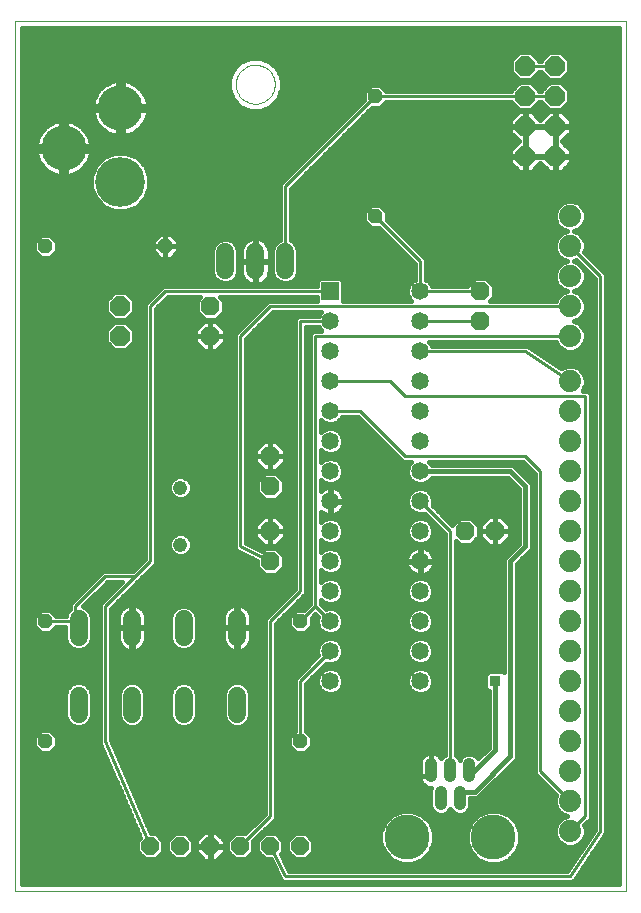
<source format=gtl>
G75*
G70*
%OFA0B0*%
%FSLAX24Y24*%
%IPPOS*%
%LPD*%
%AMOC8*
5,1,8,0,0,1.08239X$1,22.5*
%
%ADD10C,0.0000*%
%ADD11R,0.0585X0.0585*%
%ADD12C,0.0585*%
%ADD13C,0.0600*%
%ADD14OC8,0.0480*%
%ADD15OC8,0.0630*%
%ADD16C,0.0480*%
%ADD17OC8,0.0600*%
%ADD18OC8,0.0660*%
%ADD19C,0.1500*%
%ADD20C,0.0416*%
%ADD21C,0.1660*%
%ADD22C,0.1502*%
%ADD23C,0.0740*%
%ADD24C,0.0160*%
%ADD25C,0.0100*%
%ADD26R,0.0376X0.0376*%
D10*
X002680Y010680D02*
X002680Y039676D01*
X023050Y039676D01*
X023050Y010680D01*
X002680Y010680D01*
X010030Y037580D02*
X010032Y037630D01*
X010038Y037680D01*
X010048Y037730D01*
X010061Y037778D01*
X010078Y037826D01*
X010099Y037872D01*
X010123Y037916D01*
X010151Y037958D01*
X010182Y037998D01*
X010216Y038035D01*
X010253Y038070D01*
X010292Y038101D01*
X010333Y038130D01*
X010377Y038155D01*
X010423Y038177D01*
X010470Y038195D01*
X010518Y038209D01*
X010567Y038220D01*
X010617Y038227D01*
X010667Y038230D01*
X010718Y038229D01*
X010768Y038224D01*
X010818Y038215D01*
X010866Y038203D01*
X010914Y038186D01*
X010960Y038166D01*
X011005Y038143D01*
X011048Y038116D01*
X011088Y038086D01*
X011126Y038053D01*
X011161Y038017D01*
X011194Y037978D01*
X011223Y037937D01*
X011249Y037894D01*
X011272Y037849D01*
X011291Y037802D01*
X011306Y037754D01*
X011318Y037705D01*
X011326Y037655D01*
X011330Y037605D01*
X011330Y037555D01*
X011326Y037505D01*
X011318Y037455D01*
X011306Y037406D01*
X011291Y037358D01*
X011272Y037311D01*
X011249Y037266D01*
X011223Y037223D01*
X011194Y037182D01*
X011161Y037143D01*
X011126Y037107D01*
X011088Y037074D01*
X011048Y037044D01*
X011005Y037017D01*
X010960Y036994D01*
X010914Y036974D01*
X010866Y036957D01*
X010818Y036945D01*
X010768Y036936D01*
X010718Y036931D01*
X010667Y036930D01*
X010617Y036933D01*
X010567Y036940D01*
X010518Y036951D01*
X010470Y036965D01*
X010423Y036983D01*
X010377Y037005D01*
X010333Y037030D01*
X010292Y037059D01*
X010253Y037090D01*
X010216Y037125D01*
X010182Y037162D01*
X010151Y037202D01*
X010123Y037244D01*
X010099Y037288D01*
X010078Y037334D01*
X010061Y037382D01*
X010048Y037430D01*
X010038Y037480D01*
X010032Y037530D01*
X010030Y037580D01*
D11*
X013180Y030680D03*
D12*
X013180Y029680D03*
X013180Y028680D03*
X013180Y027680D03*
X013180Y026680D03*
X013180Y025680D03*
X013180Y024680D03*
X013180Y023680D03*
X013180Y022680D03*
X013180Y021680D03*
X013180Y020680D03*
X013180Y019680D03*
X013180Y018680D03*
X013180Y017680D03*
X016180Y017680D03*
X016180Y018680D03*
X016180Y019680D03*
X016180Y020680D03*
X016180Y021680D03*
X016180Y022680D03*
X016180Y023680D03*
X016180Y024680D03*
X016180Y025680D03*
X016180Y026680D03*
X016180Y027680D03*
X016180Y028680D03*
X016180Y029680D03*
X016180Y030680D03*
D13*
X011680Y031380D02*
X011680Y031980D01*
X010680Y031980D02*
X010680Y031380D01*
X009680Y031380D02*
X009680Y031980D01*
X010070Y019760D02*
X010070Y019160D01*
X008290Y019160D02*
X008290Y019760D01*
X006570Y019760D02*
X006570Y019160D01*
X004790Y019160D02*
X004790Y019760D01*
X004790Y017200D02*
X004790Y016600D01*
X006570Y016600D02*
X006570Y017200D01*
X008290Y017200D02*
X008290Y016600D01*
X010070Y016600D02*
X010070Y017200D01*
D14*
X012180Y015680D03*
X012180Y019680D03*
X003680Y019680D03*
X003680Y015680D03*
X003680Y032180D03*
X007680Y032180D03*
X014680Y033180D03*
X014680Y037180D03*
D15*
X018180Y030680D03*
X018180Y029680D03*
X011180Y025180D03*
X011180Y024180D03*
X011180Y022680D03*
X011180Y021680D03*
X017680Y022680D03*
X018680Y022680D03*
X009180Y029180D03*
X009180Y030180D03*
D16*
X008180Y024130D03*
X008180Y022230D03*
D17*
X008180Y012180D03*
X007180Y012180D03*
X009180Y012180D03*
X010180Y012180D03*
X011180Y012180D03*
X012180Y012180D03*
D18*
X006180Y029180D03*
X006180Y030180D03*
X019680Y035180D03*
X019680Y036180D03*
X019680Y037180D03*
X019680Y038180D03*
X020680Y038180D03*
X020680Y037180D03*
X020680Y036180D03*
X020680Y035180D03*
D19*
X018617Y012479D03*
X015743Y012479D03*
D20*
X016865Y013579D02*
X016865Y013995D01*
X016550Y014507D02*
X016550Y014922D01*
X017180Y014922D02*
X017180Y014507D01*
X017495Y013995D02*
X017495Y013579D01*
X017810Y014507D02*
X017810Y014922D01*
D21*
X006180Y034326D03*
D22*
X004290Y035448D03*
X006180Y036786D03*
D23*
X021180Y033180D03*
X021180Y032180D03*
X021180Y031180D03*
X021180Y030180D03*
X021180Y029180D03*
X021180Y027680D03*
X021180Y026680D03*
X021180Y025680D03*
X021180Y024680D03*
X021180Y023680D03*
X021180Y022680D03*
X021180Y021680D03*
X021180Y020680D03*
X021180Y019680D03*
X021180Y018680D03*
X021180Y017680D03*
X021180Y016680D03*
X021180Y015680D03*
X021180Y014680D03*
X021180Y013680D03*
X021180Y012680D03*
D24*
X021649Y012880D02*
X021870Y013101D01*
X021870Y027259D01*
X021759Y027370D01*
X021591Y027370D01*
X021612Y027391D01*
X021690Y027579D01*
X021690Y027781D01*
X021612Y027969D01*
X021469Y028112D01*
X021281Y028190D01*
X021079Y028190D01*
X020891Y028112D01*
X020884Y028106D01*
X019801Y028828D01*
X019759Y028870D01*
X019738Y028870D01*
X019720Y028882D01*
X019661Y028870D01*
X016569Y028870D01*
X016547Y028925D01*
X016482Y028990D01*
X020707Y028990D01*
X020748Y028891D01*
X020891Y028748D01*
X021079Y028670D01*
X021281Y028670D01*
X021469Y028748D01*
X021612Y028891D01*
X021690Y029079D01*
X021690Y029281D01*
X021612Y029469D01*
X021469Y029612D01*
X021306Y029680D01*
X021469Y029748D01*
X021612Y029891D01*
X021690Y030079D01*
X021690Y030281D01*
X021612Y030469D01*
X021469Y030612D01*
X021306Y030680D01*
X021469Y030748D01*
X021612Y030891D01*
X021690Y031079D01*
X021690Y031281D01*
X021612Y031469D01*
X021469Y031612D01*
X021306Y031680D01*
X021380Y031711D01*
X021990Y031101D01*
X021990Y012738D01*
X021078Y011370D01*
X011797Y011370D01*
X011529Y011907D01*
X011620Y011998D01*
X011620Y012362D01*
X011362Y012620D01*
X010998Y012620D01*
X010740Y012362D01*
X010740Y011998D01*
X010998Y011740D01*
X011188Y011740D01*
X011490Y011135D01*
X011490Y011101D01*
X011524Y011067D01*
X011545Y011025D01*
X011577Y011014D01*
X011601Y010990D01*
X011649Y010990D01*
X011695Y010975D01*
X011725Y010990D01*
X021122Y010990D01*
X021140Y010978D01*
X021199Y010990D01*
X021259Y010990D01*
X021274Y011005D01*
X021294Y011009D01*
X021328Y011059D01*
X021370Y011101D01*
X021370Y011122D01*
X022328Y012559D01*
X022370Y012601D01*
X022370Y012622D01*
X022382Y012640D01*
X022370Y012699D01*
X022370Y031259D01*
X021649Y031980D01*
X021690Y032079D01*
X021690Y032281D01*
X021612Y032469D01*
X021469Y032612D01*
X021306Y032680D01*
X021469Y032748D01*
X021612Y032891D01*
X021690Y033079D01*
X021690Y033281D01*
X021612Y033469D01*
X021469Y033612D01*
X021281Y033690D01*
X021079Y033690D01*
X020891Y033612D01*
X020748Y033469D01*
X020670Y033281D01*
X020670Y033079D01*
X020748Y032891D01*
X020891Y032748D01*
X021054Y032680D01*
X020891Y032612D01*
X020748Y032469D01*
X020670Y032281D01*
X020670Y032079D01*
X020748Y031891D01*
X020891Y031748D01*
X021054Y031680D01*
X020891Y031612D01*
X020748Y031469D01*
X020670Y031281D01*
X020670Y031079D01*
X020748Y030891D01*
X020891Y030748D01*
X021054Y030680D01*
X020891Y030612D01*
X020748Y030469D01*
X020707Y030370D01*
X018513Y030370D01*
X018635Y030492D01*
X018635Y030868D01*
X018368Y031135D01*
X017992Y031135D01*
X017727Y030870D01*
X016569Y030870D01*
X016547Y030925D01*
X016425Y031047D01*
X016370Y031069D01*
X016370Y031759D01*
X016259Y031870D01*
X015060Y033069D01*
X015060Y033337D01*
X014837Y033560D01*
X014523Y033560D01*
X014300Y033337D01*
X014300Y033023D01*
X014523Y032800D01*
X014791Y032800D01*
X015990Y031601D01*
X015990Y031069D01*
X015935Y031047D01*
X015813Y030925D01*
X015748Y030766D01*
X015748Y030594D01*
X015813Y030435D01*
X015878Y030370D01*
X013612Y030370D01*
X013612Y031030D01*
X013530Y031112D01*
X012830Y031112D01*
X012748Y031030D01*
X012748Y030870D01*
X007601Y030870D01*
X007490Y030759D01*
X007101Y030370D01*
X006990Y030259D01*
X006990Y021759D01*
X006601Y021370D01*
X005601Y021370D01*
X004490Y020259D01*
X004490Y020082D01*
X004417Y020009D01*
X004359Y019870D01*
X004027Y019870D01*
X003837Y020060D01*
X003523Y020060D01*
X003300Y019837D01*
X003300Y019523D01*
X003523Y019300D01*
X003837Y019300D01*
X004027Y019490D01*
X004350Y019490D01*
X004350Y019072D01*
X004417Y018911D01*
X004541Y018787D01*
X004702Y018720D01*
X004878Y018720D01*
X005039Y018787D01*
X005163Y018911D01*
X005230Y019072D01*
X005230Y019848D01*
X005163Y020009D01*
X005039Y020133D01*
X004942Y020173D01*
X005759Y020990D01*
X006221Y020990D01*
X005601Y020370D01*
X005490Y020259D01*
X005490Y015717D01*
X005474Y015677D01*
X005490Y015641D01*
X005490Y015601D01*
X005520Y015572D01*
X006849Y012471D01*
X006740Y012362D01*
X006740Y011998D01*
X006998Y011740D01*
X007362Y011740D01*
X007620Y011998D01*
X007620Y012362D01*
X007362Y012620D01*
X007198Y012620D01*
X005870Y015719D01*
X005870Y020101D01*
X006870Y021101D01*
X006870Y021101D01*
X007259Y021490D01*
X007370Y021601D01*
X007370Y030101D01*
X007759Y030490D01*
X008847Y030490D01*
X008725Y030368D01*
X008725Y029992D01*
X008992Y029725D01*
X009368Y029725D01*
X009635Y029992D01*
X009635Y030368D01*
X009513Y030490D01*
X012748Y030490D01*
X012748Y030370D01*
X011101Y030370D01*
X009990Y029259D01*
X009990Y022225D01*
X009975Y022195D01*
X009990Y022149D01*
X009990Y022101D01*
X010014Y022077D01*
X010025Y022045D01*
X010067Y022024D01*
X010101Y021990D01*
X010135Y021990D01*
X010725Y021695D01*
X010725Y021492D01*
X010992Y021225D01*
X011368Y021225D01*
X011635Y021492D01*
X011635Y021868D01*
X011368Y022135D01*
X010992Y022135D01*
X010893Y022036D01*
X010370Y022297D01*
X010370Y029101D01*
X011259Y029990D01*
X012878Y029990D01*
X012813Y029925D01*
X012791Y029870D01*
X012101Y029870D01*
X011990Y029759D01*
X011990Y020759D01*
X010990Y019759D01*
X010990Y013259D01*
X010351Y012620D01*
X009998Y012620D01*
X009740Y012362D01*
X009740Y011998D01*
X009998Y011740D01*
X010362Y011740D01*
X010620Y011998D01*
X010620Y012351D01*
X011259Y012990D01*
X011370Y013101D01*
X011370Y019601D01*
X012259Y020490D01*
X012370Y020601D01*
X012370Y029490D01*
X012791Y029490D01*
X012813Y029435D01*
X012878Y029370D01*
X012601Y029370D01*
X012490Y029259D01*
X012490Y020259D01*
X012291Y020060D01*
X012023Y020060D01*
X011800Y019837D01*
X011800Y019523D01*
X012023Y019300D01*
X012337Y019300D01*
X012560Y019523D01*
X012560Y019791D01*
X012680Y019911D01*
X012770Y019821D01*
X012748Y019766D01*
X012748Y019594D01*
X012813Y019435D01*
X012935Y019313D01*
X013094Y019248D01*
X013266Y019248D01*
X013425Y019313D01*
X013547Y019435D01*
X013612Y019594D01*
X013612Y019766D01*
X013547Y019925D01*
X013425Y020047D01*
X013266Y020112D01*
X013094Y020112D01*
X013039Y020090D01*
X012870Y020259D01*
X012870Y020378D01*
X012935Y020313D01*
X013094Y020248D01*
X013266Y020248D01*
X013425Y020313D01*
X013547Y020435D01*
X013612Y020594D01*
X013612Y020766D01*
X013547Y020925D01*
X013425Y021047D01*
X013266Y021112D01*
X013094Y021112D01*
X012935Y021047D01*
X012870Y020982D01*
X012870Y021378D01*
X012935Y021313D01*
X013094Y021248D01*
X013266Y021248D01*
X013425Y021313D01*
X013547Y021435D01*
X013612Y021594D01*
X013612Y021766D01*
X013547Y021925D01*
X013425Y022047D01*
X013266Y022112D01*
X013094Y022112D01*
X012935Y022047D01*
X012870Y021982D01*
X012870Y022378D01*
X012935Y022313D01*
X013094Y022248D01*
X013266Y022248D01*
X013425Y022313D01*
X013547Y022435D01*
X013612Y022594D01*
X013612Y022766D01*
X013547Y022925D01*
X013425Y023047D01*
X013266Y023112D01*
X013094Y023112D01*
X012935Y023047D01*
X012870Y022982D01*
X012870Y023322D01*
X012872Y023320D01*
X012932Y023276D01*
X012999Y023242D01*
X013069Y023219D01*
X013143Y023208D01*
X013162Y023207D01*
X013162Y023662D01*
X013198Y023662D01*
X013198Y023698D01*
X013162Y023698D01*
X013162Y024152D01*
X013143Y024152D01*
X013069Y024141D01*
X012999Y024118D01*
X012932Y024084D01*
X012872Y024040D01*
X012870Y024038D01*
X012870Y024378D01*
X012935Y024313D01*
X013094Y024248D01*
X013266Y024248D01*
X013425Y024313D01*
X013547Y024435D01*
X013612Y024594D01*
X013612Y024766D01*
X013547Y024925D01*
X013425Y025047D01*
X013266Y025112D01*
X013094Y025112D01*
X012935Y025047D01*
X012870Y024982D01*
X012870Y025378D01*
X012935Y025313D01*
X013094Y025248D01*
X013266Y025248D01*
X013425Y025313D01*
X013547Y025435D01*
X013612Y025594D01*
X013612Y025766D01*
X013547Y025925D01*
X013425Y026047D01*
X013266Y026112D01*
X013094Y026112D01*
X012935Y026047D01*
X012870Y025982D01*
X012870Y026378D01*
X012935Y026313D01*
X013094Y026248D01*
X013266Y026248D01*
X013425Y026313D01*
X013547Y026435D01*
X013569Y026490D01*
X014101Y026490D01*
X015490Y025101D01*
X015601Y024990D01*
X015878Y024990D01*
X015813Y024925D01*
X015748Y024766D01*
X015748Y024594D01*
X015813Y024435D01*
X015935Y024313D01*
X016094Y024248D01*
X016266Y024248D01*
X016425Y024313D01*
X016547Y024435D01*
X016557Y024460D01*
X019089Y024460D01*
X019460Y024089D01*
X019460Y022271D01*
X018960Y021771D01*
X018960Y017974D01*
X018926Y018008D01*
X018434Y018008D01*
X018352Y017926D01*
X018352Y017434D01*
X018434Y017352D01*
X018460Y017352D01*
X018460Y015468D01*
X018107Y015115D01*
X018105Y015119D01*
X018007Y015217D01*
X017879Y015270D01*
X017741Y015270D01*
X017613Y015217D01*
X017515Y015119D01*
X017495Y015071D01*
X017475Y015119D01*
X017377Y015217D01*
X017370Y015220D01*
X017370Y022347D01*
X017492Y022225D01*
X017868Y022225D01*
X018135Y022492D01*
X018135Y022868D01*
X017868Y023135D01*
X017492Y023135D01*
X017243Y022886D01*
X016590Y023539D01*
X016612Y023594D01*
X016612Y023766D01*
X016547Y023925D01*
X016425Y024047D01*
X016266Y024112D01*
X016094Y024112D01*
X015935Y024047D01*
X015813Y023925D01*
X015748Y023766D01*
X015748Y023594D01*
X015813Y023435D01*
X015935Y023313D01*
X016094Y023248D01*
X016266Y023248D01*
X016321Y023270D01*
X016990Y022601D01*
X016990Y015220D01*
X016983Y015217D01*
X016885Y015119D01*
X016851Y015170D01*
X016797Y015224D01*
X016734Y015266D01*
X016663Y015295D01*
X016588Y015310D01*
X016550Y015310D01*
X016512Y015310D01*
X016437Y015295D01*
X016366Y015266D01*
X016303Y015224D01*
X016249Y015170D01*
X016206Y015106D01*
X016177Y015035D01*
X016162Y014961D01*
X016162Y014507D01*
X016550Y014507D01*
X016550Y015310D01*
X016550Y014507D01*
X016550Y014507D01*
X016550Y014507D01*
X016162Y014507D01*
X016162Y014469D01*
X016177Y014394D01*
X016206Y014323D01*
X016249Y014260D01*
X016303Y014206D01*
X016366Y014163D01*
X016437Y014134D01*
X016512Y014119D01*
X016540Y014119D01*
X016517Y014064D01*
X016517Y013510D01*
X016570Y013382D01*
X016668Y013285D01*
X016796Y013232D01*
X016934Y013232D01*
X017062Y013285D01*
X017160Y013382D01*
X017180Y013431D01*
X017200Y013382D01*
X017298Y013285D01*
X017426Y013232D01*
X017564Y013232D01*
X017692Y013285D01*
X017790Y013382D01*
X017843Y013510D01*
X017843Y013775D01*
X018086Y013775D01*
X019271Y014960D01*
X019400Y015089D01*
X019400Y021589D01*
X019771Y021960D01*
X019900Y022089D01*
X019900Y024271D01*
X019400Y024771D01*
X019271Y024900D01*
X016557Y024900D01*
X016547Y024925D01*
X016482Y024990D01*
X019601Y024990D01*
X019990Y024601D01*
X019990Y014601D01*
X020711Y013880D01*
X020670Y013781D01*
X020670Y013579D01*
X020748Y013391D01*
X020891Y013248D01*
X021054Y013180D01*
X020891Y013112D01*
X020748Y012969D01*
X020670Y012781D01*
X020670Y012579D01*
X020748Y012391D01*
X020891Y012248D01*
X021079Y012170D01*
X021281Y012170D01*
X021469Y012248D01*
X021612Y012391D01*
X021690Y012579D01*
X021690Y012781D01*
X021649Y012880D01*
X021668Y012899D02*
X021990Y012899D01*
X021990Y012741D02*
X021690Y012741D01*
X021690Y012582D02*
X021886Y012582D01*
X021781Y012424D02*
X021626Y012424D01*
X021675Y012265D02*
X021486Y012265D01*
X021569Y012107D02*
X019426Y012107D01*
X019372Y011975D02*
X019507Y012302D01*
X019507Y012656D01*
X019372Y012983D01*
X019121Y013234D01*
X018794Y013369D01*
X018440Y013369D01*
X018113Y013234D01*
X017863Y012983D01*
X017727Y012656D01*
X017727Y012302D01*
X017863Y011975D01*
X018113Y011725D01*
X018440Y011589D01*
X018794Y011589D01*
X019121Y011725D01*
X019372Y011975D01*
X019344Y011948D02*
X021464Y011948D01*
X021358Y011790D02*
X019186Y011790D01*
X018895Y011631D02*
X021252Y011631D01*
X021147Y011473D02*
X011746Y011473D01*
X011667Y011631D02*
X015465Y011631D01*
X015566Y011589D02*
X015239Y011725D01*
X014988Y011975D01*
X014853Y012302D01*
X014853Y012656D01*
X014988Y012983D01*
X015239Y013234D01*
X015566Y013369D01*
X015920Y013369D01*
X016247Y013234D01*
X016497Y012983D01*
X016633Y012656D01*
X016633Y012302D01*
X016497Y011975D01*
X016247Y011725D01*
X015920Y011589D01*
X015566Y011589D01*
X015174Y011790D02*
X012412Y011790D01*
X012362Y011740D02*
X012620Y011998D01*
X012620Y012362D01*
X012362Y012620D01*
X011998Y012620D01*
X011740Y012362D01*
X011740Y011998D01*
X011998Y011740D01*
X012362Y011740D01*
X012570Y011948D02*
X015016Y011948D01*
X014934Y012107D02*
X012620Y012107D01*
X012620Y012265D02*
X014868Y012265D01*
X014853Y012424D02*
X012559Y012424D01*
X012400Y012582D02*
X014853Y012582D01*
X014888Y012741D02*
X011009Y012741D01*
X010960Y012582D02*
X010851Y012582D01*
X010801Y012424D02*
X010692Y012424D01*
X010740Y012265D02*
X010620Y012265D01*
X010620Y012107D02*
X010740Y012107D01*
X010790Y011948D02*
X010570Y011948D01*
X010412Y011790D02*
X010948Y011790D01*
X011242Y011631D02*
X002910Y011631D01*
X002910Y011473D02*
X011321Y011473D01*
X011401Y011314D02*
X002910Y011314D01*
X002910Y011156D02*
X011480Y011156D01*
X011594Y010997D02*
X002910Y010997D01*
X002910Y010910D02*
X002910Y039446D01*
X022820Y039446D01*
X022820Y010910D01*
X002910Y010910D01*
X002910Y011790D02*
X006948Y011790D01*
X006790Y011948D02*
X002910Y011948D01*
X002910Y012107D02*
X006740Y012107D01*
X006740Y012265D02*
X002910Y012265D01*
X002910Y012424D02*
X006801Y012424D01*
X006801Y012582D02*
X002910Y012582D01*
X002910Y012741D02*
X006733Y012741D01*
X006665Y012899D02*
X002910Y012899D01*
X002910Y013058D02*
X006597Y013058D01*
X006529Y013216D02*
X002910Y013216D01*
X002910Y013375D02*
X006461Y013375D01*
X006393Y013533D02*
X002910Y013533D01*
X002910Y013692D02*
X006325Y013692D01*
X006258Y013850D02*
X002910Y013850D01*
X002910Y014009D02*
X006190Y014009D01*
X006122Y014167D02*
X002910Y014167D01*
X002910Y014326D02*
X006054Y014326D01*
X005986Y014484D02*
X002910Y014484D01*
X002910Y014643D02*
X005918Y014643D01*
X005850Y014801D02*
X002910Y014801D01*
X002910Y014960D02*
X005782Y014960D01*
X005714Y015118D02*
X002910Y015118D01*
X002910Y015277D02*
X005646Y015277D01*
X005578Y015435D02*
X003972Y015435D01*
X004060Y015523D02*
X003837Y015300D01*
X003523Y015300D01*
X003300Y015523D01*
X003300Y015837D01*
X003523Y016060D01*
X003837Y016060D01*
X004060Y015837D01*
X004060Y015523D01*
X004060Y015594D02*
X005498Y015594D01*
X005490Y015752D02*
X004060Y015752D01*
X003987Y015911D02*
X005490Y015911D01*
X005490Y016069D02*
X002910Y016069D01*
X002910Y015911D02*
X003373Y015911D01*
X003300Y015752D02*
X002910Y015752D01*
X002910Y015594D02*
X003300Y015594D01*
X003388Y015435D02*
X002910Y015435D01*
X002910Y016228D02*
X004540Y016228D01*
X004541Y016227D02*
X004702Y016160D01*
X004878Y016160D01*
X005039Y016227D01*
X005163Y016351D01*
X005230Y016512D01*
X005230Y017288D01*
X005163Y017449D01*
X005039Y017573D01*
X004878Y017640D01*
X004702Y017640D01*
X004541Y017573D01*
X004417Y017449D01*
X004350Y017288D01*
X004350Y016512D01*
X004417Y016351D01*
X004541Y016227D01*
X004402Y016386D02*
X002910Y016386D01*
X002910Y016545D02*
X004350Y016545D01*
X004350Y016703D02*
X002910Y016703D01*
X002910Y016862D02*
X004350Y016862D01*
X004350Y017020D02*
X002910Y017020D01*
X002910Y017179D02*
X004350Y017179D01*
X004370Y017337D02*
X002910Y017337D01*
X002910Y017496D02*
X004463Y017496D01*
X005117Y017496D02*
X005490Y017496D01*
X005490Y017654D02*
X002910Y017654D01*
X002910Y017813D02*
X005490Y017813D01*
X005490Y017971D02*
X002910Y017971D01*
X002910Y018130D02*
X005490Y018130D01*
X005490Y018288D02*
X002910Y018288D01*
X002910Y018447D02*
X005490Y018447D01*
X005490Y018605D02*
X002910Y018605D01*
X002910Y018764D02*
X004597Y018764D01*
X004412Y018922D02*
X002910Y018922D01*
X002910Y019081D02*
X004350Y019081D01*
X004350Y019239D02*
X002910Y019239D01*
X002910Y019398D02*
X003425Y019398D01*
X003300Y019556D02*
X002910Y019556D01*
X002910Y019715D02*
X003300Y019715D01*
X003336Y019873D02*
X002910Y019873D01*
X002910Y020032D02*
X003494Y020032D01*
X003866Y020032D02*
X004439Y020032D01*
X004490Y020190D02*
X002910Y020190D01*
X002910Y020349D02*
X004580Y020349D01*
X004738Y020507D02*
X002910Y020507D01*
X002910Y020666D02*
X004897Y020666D01*
X005055Y020824D02*
X002910Y020824D01*
X002910Y020983D02*
X005214Y020983D01*
X005372Y021141D02*
X002910Y021141D01*
X002910Y021300D02*
X005531Y021300D01*
X005751Y020983D02*
X006214Y020983D01*
X006055Y020824D02*
X005593Y020824D01*
X005434Y020666D02*
X005897Y020666D01*
X005738Y020507D02*
X005276Y020507D01*
X005117Y020349D02*
X005580Y020349D01*
X005490Y020190D02*
X004959Y020190D01*
X005141Y020032D02*
X005490Y020032D01*
X005490Y019873D02*
X005219Y019873D01*
X005230Y019715D02*
X005490Y019715D01*
X005490Y019556D02*
X005230Y019556D01*
X005230Y019398D02*
X005490Y019398D01*
X005490Y019239D02*
X005230Y019239D01*
X005230Y019081D02*
X005490Y019081D01*
X005490Y018922D02*
X005168Y018922D01*
X004983Y018764D02*
X005490Y018764D01*
X005870Y018764D02*
X006299Y018764D01*
X006318Y018749D02*
X006386Y018715D01*
X006458Y018692D01*
X006532Y018680D01*
X006550Y018680D01*
X006550Y019440D01*
X006090Y019440D01*
X006090Y019122D01*
X006102Y019048D01*
X006125Y018976D01*
X006159Y018908D01*
X006204Y018847D01*
X006257Y018794D01*
X006318Y018749D01*
X006550Y018764D02*
X006590Y018764D01*
X006590Y018680D02*
X006608Y018680D01*
X006682Y018692D01*
X006754Y018715D01*
X006822Y018749D01*
X006883Y018794D01*
X006936Y018847D01*
X006981Y018908D01*
X007015Y018976D01*
X007038Y019048D01*
X007050Y019122D01*
X007050Y019440D01*
X006590Y019440D01*
X006590Y019480D01*
X006550Y019480D01*
X006550Y020240D01*
X006532Y020240D01*
X006458Y020228D01*
X006386Y020205D01*
X006318Y020171D01*
X006257Y020126D01*
X006204Y020073D01*
X006159Y020012D01*
X006125Y019944D01*
X006102Y019872D01*
X006090Y019798D01*
X006090Y019480D01*
X006550Y019480D01*
X006550Y019440D01*
X006590Y019440D01*
X006590Y018680D01*
X006590Y018922D02*
X006550Y018922D01*
X006550Y019081D02*
X006590Y019081D01*
X006590Y019239D02*
X006550Y019239D01*
X006550Y019398D02*
X006590Y019398D01*
X006590Y019480D02*
X007050Y019480D01*
X007050Y019798D01*
X007038Y019872D01*
X007015Y019944D01*
X006981Y020012D01*
X006936Y020073D01*
X006883Y020126D01*
X006822Y020171D01*
X006754Y020205D01*
X006682Y020228D01*
X006608Y020240D01*
X006590Y020240D01*
X006590Y019480D01*
X006590Y019556D02*
X006550Y019556D01*
X006550Y019715D02*
X006590Y019715D01*
X006590Y019873D02*
X006550Y019873D01*
X006550Y020032D02*
X006590Y020032D01*
X006590Y020190D02*
X006550Y020190D01*
X006357Y020190D02*
X005959Y020190D01*
X005870Y020032D02*
X006174Y020032D01*
X006102Y019873D02*
X005870Y019873D01*
X005870Y019715D02*
X006090Y019715D01*
X006090Y019556D02*
X005870Y019556D01*
X005870Y019398D02*
X006090Y019398D01*
X006090Y019239D02*
X005870Y019239D01*
X005870Y019081D02*
X006097Y019081D01*
X006153Y018922D02*
X005870Y018922D01*
X005870Y018605D02*
X010990Y018605D01*
X010990Y018447D02*
X005870Y018447D01*
X005870Y018288D02*
X010990Y018288D01*
X010990Y018130D02*
X005870Y018130D01*
X005870Y017971D02*
X010990Y017971D01*
X010990Y017813D02*
X005870Y017813D01*
X005870Y017654D02*
X010990Y017654D01*
X010990Y017496D02*
X010397Y017496D01*
X010443Y017449D02*
X010319Y017573D01*
X010158Y017640D01*
X009982Y017640D01*
X009821Y017573D01*
X009697Y017449D01*
X009630Y017288D01*
X009630Y016512D01*
X009697Y016351D01*
X009821Y016227D01*
X009982Y016160D01*
X010158Y016160D01*
X010319Y016227D01*
X010443Y016351D01*
X010510Y016512D01*
X010510Y017288D01*
X010443Y017449D01*
X010490Y017337D02*
X010990Y017337D01*
X010990Y017179D02*
X010510Y017179D01*
X010510Y017020D02*
X010990Y017020D01*
X010990Y016862D02*
X010510Y016862D01*
X010510Y016703D02*
X010990Y016703D01*
X010990Y016545D02*
X010510Y016545D01*
X010458Y016386D02*
X010990Y016386D01*
X010990Y016228D02*
X010320Y016228D01*
X009820Y016228D02*
X008540Y016228D01*
X008539Y016227D02*
X008663Y016351D01*
X008730Y016512D01*
X008730Y017288D01*
X008663Y017449D01*
X008539Y017573D01*
X008378Y017640D01*
X008202Y017640D01*
X008041Y017573D01*
X007917Y017449D01*
X007850Y017288D01*
X007850Y016512D01*
X007917Y016351D01*
X008041Y016227D01*
X008202Y016160D01*
X008378Y016160D01*
X008539Y016227D01*
X008678Y016386D02*
X009682Y016386D01*
X009630Y016545D02*
X008730Y016545D01*
X008730Y016703D02*
X009630Y016703D01*
X009630Y016862D02*
X008730Y016862D01*
X008730Y017020D02*
X009630Y017020D01*
X009630Y017179D02*
X008730Y017179D01*
X008710Y017337D02*
X009650Y017337D01*
X009743Y017496D02*
X008617Y017496D01*
X007963Y017496D02*
X006897Y017496D01*
X006943Y017449D02*
X006819Y017573D01*
X006658Y017640D01*
X006482Y017640D01*
X006321Y017573D01*
X006197Y017449D01*
X006130Y017288D01*
X006130Y016512D01*
X006197Y016351D01*
X006321Y016227D01*
X006482Y016160D01*
X006658Y016160D01*
X006819Y016227D01*
X006943Y016351D01*
X007010Y016512D01*
X007010Y017288D01*
X006943Y017449D01*
X006990Y017337D02*
X007870Y017337D01*
X007850Y017179D02*
X007010Y017179D01*
X007010Y017020D02*
X007850Y017020D01*
X007850Y016862D02*
X007010Y016862D01*
X007010Y016703D02*
X007850Y016703D01*
X007850Y016545D02*
X007010Y016545D01*
X006958Y016386D02*
X007902Y016386D01*
X008040Y016228D02*
X006820Y016228D01*
X006320Y016228D02*
X005870Y016228D01*
X005870Y016386D02*
X006182Y016386D01*
X006130Y016545D02*
X005870Y016545D01*
X005870Y016703D02*
X006130Y016703D01*
X006130Y016862D02*
X005870Y016862D01*
X005870Y017020D02*
X006130Y017020D01*
X006130Y017179D02*
X005870Y017179D01*
X005870Y017337D02*
X006150Y017337D01*
X006243Y017496D02*
X005870Y017496D01*
X005490Y017337D02*
X005210Y017337D01*
X005230Y017179D02*
X005490Y017179D01*
X005490Y017020D02*
X005230Y017020D01*
X005230Y016862D02*
X005490Y016862D01*
X005490Y016703D02*
X005230Y016703D01*
X005230Y016545D02*
X005490Y016545D01*
X005490Y016386D02*
X005178Y016386D01*
X005040Y016228D02*
X005490Y016228D01*
X005870Y016069D02*
X010990Y016069D01*
X010990Y015911D02*
X005870Y015911D01*
X005870Y015752D02*
X010990Y015752D01*
X010990Y015594D02*
X005924Y015594D01*
X005992Y015435D02*
X010990Y015435D01*
X010990Y015277D02*
X006060Y015277D01*
X006128Y015118D02*
X010990Y015118D01*
X010990Y014960D02*
X006195Y014960D01*
X006263Y014801D02*
X010990Y014801D01*
X010990Y014643D02*
X006331Y014643D01*
X006399Y014484D02*
X010990Y014484D01*
X010990Y014326D02*
X006467Y014326D01*
X006535Y014167D02*
X010990Y014167D01*
X010990Y014009D02*
X006603Y014009D01*
X006671Y013850D02*
X010990Y013850D01*
X010990Y013692D02*
X006739Y013692D01*
X006807Y013533D02*
X010990Y013533D01*
X010990Y013375D02*
X006875Y013375D01*
X006943Y013216D02*
X010947Y013216D01*
X010789Y013058D02*
X007011Y013058D01*
X007079Y012899D02*
X010630Y012899D01*
X010472Y012741D02*
X007146Y012741D01*
X007400Y012582D02*
X007960Y012582D01*
X007998Y012620D02*
X007740Y012362D01*
X007740Y011998D01*
X007998Y011740D01*
X008362Y011740D01*
X008620Y011998D01*
X008620Y012362D01*
X008362Y012620D01*
X007998Y012620D01*
X007801Y012424D02*
X007559Y012424D01*
X007620Y012265D02*
X007740Y012265D01*
X007740Y012107D02*
X007620Y012107D01*
X007570Y011948D02*
X007790Y011948D01*
X007948Y011790D02*
X007412Y011790D01*
X008412Y011790D02*
X008892Y011790D01*
X008981Y011700D02*
X008700Y011981D01*
X008700Y012160D01*
X009160Y012160D01*
X009160Y012200D01*
X009160Y012660D01*
X008981Y012660D01*
X008700Y012379D01*
X008700Y012200D01*
X009160Y012200D01*
X009200Y012200D01*
X009200Y012660D01*
X009379Y012660D01*
X009660Y012379D01*
X009660Y012200D01*
X009200Y012200D01*
X009200Y012160D01*
X009660Y012160D01*
X009660Y011981D01*
X009379Y011700D01*
X009200Y011700D01*
X009200Y012160D01*
X009160Y012160D01*
X009160Y011700D01*
X008981Y011700D01*
X009160Y011790D02*
X009200Y011790D01*
X009200Y011948D02*
X009160Y011948D01*
X009160Y012107D02*
X009200Y012107D01*
X009200Y012265D02*
X009160Y012265D01*
X009160Y012424D02*
X009200Y012424D01*
X009200Y012582D02*
X009160Y012582D01*
X008903Y012582D02*
X008400Y012582D01*
X008559Y012424D02*
X008745Y012424D01*
X008700Y012265D02*
X008620Y012265D01*
X008620Y012107D02*
X008700Y012107D01*
X008733Y011948D02*
X008570Y011948D01*
X009468Y011790D02*
X009948Y011790D01*
X009790Y011948D02*
X009627Y011948D01*
X009660Y012107D02*
X009740Y012107D01*
X009740Y012265D02*
X009660Y012265D01*
X009615Y012424D02*
X009801Y012424D01*
X009960Y012582D02*
X009457Y012582D01*
X011168Y012899D02*
X014954Y012899D01*
X015063Y013058D02*
X011326Y013058D01*
X011370Y013216D02*
X015221Y013216D01*
X016265Y013216D02*
X018095Y013216D01*
X017937Y013058D02*
X016423Y013058D01*
X016532Y012899D02*
X017828Y012899D01*
X017762Y012741D02*
X016598Y012741D01*
X016633Y012582D02*
X017727Y012582D01*
X017727Y012424D02*
X016633Y012424D01*
X016618Y012265D02*
X017742Y012265D01*
X017808Y012107D02*
X016552Y012107D01*
X016470Y011948D02*
X017890Y011948D01*
X018048Y011790D02*
X016312Y011790D01*
X016021Y011631D02*
X018339Y011631D01*
X019492Y012265D02*
X020874Y012265D01*
X020734Y012424D02*
X019507Y012424D01*
X019507Y012582D02*
X020670Y012582D01*
X020670Y012741D02*
X019472Y012741D01*
X019406Y012899D02*
X020719Y012899D01*
X020836Y013058D02*
X019297Y013058D01*
X019139Y013216D02*
X020967Y013216D01*
X020764Y013375D02*
X017782Y013375D01*
X017843Y013533D02*
X020689Y013533D01*
X020670Y013692D02*
X017843Y013692D01*
X017995Y013995D02*
X017495Y013995D01*
X017995Y013995D02*
X019180Y015180D01*
X019180Y021680D01*
X019680Y022180D01*
X019680Y024180D01*
X019180Y024680D01*
X016180Y024680D01*
X015799Y024470D02*
X013561Y024470D01*
X013612Y024628D02*
X015748Y024628D01*
X015756Y024787D02*
X013604Y024787D01*
X013527Y024945D02*
X015833Y024945D01*
X015488Y025104D02*
X013288Y025104D01*
X013301Y025262D02*
X015329Y025262D01*
X015171Y025421D02*
X013532Y025421D01*
X013606Y025579D02*
X015012Y025579D01*
X014854Y025738D02*
X013612Y025738D01*
X013559Y025896D02*
X014695Y025896D01*
X014537Y026055D02*
X013406Y026055D01*
X013483Y026372D02*
X014220Y026372D01*
X014378Y026213D02*
X012870Y026213D01*
X012870Y026055D02*
X012954Y026055D01*
X012877Y026372D02*
X012870Y026372D01*
X012490Y026372D02*
X012370Y026372D01*
X012370Y026530D02*
X012490Y026530D01*
X012490Y026689D02*
X012370Y026689D01*
X012370Y026847D02*
X012490Y026847D01*
X012490Y027006D02*
X012370Y027006D01*
X012370Y027164D02*
X012490Y027164D01*
X012490Y027323D02*
X012370Y027323D01*
X012370Y027481D02*
X012490Y027481D01*
X012490Y027640D02*
X012370Y027640D01*
X012370Y027798D02*
X012490Y027798D01*
X012490Y027957D02*
X012370Y027957D01*
X012370Y028115D02*
X012490Y028115D01*
X012490Y028274D02*
X012370Y028274D01*
X012370Y028432D02*
X012490Y028432D01*
X012490Y028591D02*
X012370Y028591D01*
X012370Y028749D02*
X012490Y028749D01*
X012490Y028908D02*
X012370Y028908D01*
X012370Y029066D02*
X012490Y029066D01*
X012490Y029225D02*
X012370Y029225D01*
X012370Y029383D02*
X012865Y029383D01*
X011990Y029383D02*
X010652Y029383D01*
X010810Y029542D02*
X011990Y029542D01*
X011990Y029700D02*
X010969Y029700D01*
X011127Y029859D02*
X012090Y029859D01*
X011990Y029225D02*
X010493Y029225D01*
X010370Y029066D02*
X011990Y029066D01*
X011990Y028908D02*
X010370Y028908D01*
X010370Y028749D02*
X011990Y028749D01*
X011990Y028591D02*
X010370Y028591D01*
X010370Y028432D02*
X011990Y028432D01*
X011990Y028274D02*
X010370Y028274D01*
X010370Y028115D02*
X011990Y028115D01*
X011990Y027957D02*
X010370Y027957D01*
X010370Y027798D02*
X011990Y027798D01*
X011990Y027640D02*
X010370Y027640D01*
X010370Y027481D02*
X011990Y027481D01*
X011990Y027323D02*
X010370Y027323D01*
X010370Y027164D02*
X011990Y027164D01*
X011990Y027006D02*
X010370Y027006D01*
X010370Y026847D02*
X011990Y026847D01*
X011990Y026689D02*
X010370Y026689D01*
X010370Y026530D02*
X011990Y026530D01*
X011990Y026372D02*
X010370Y026372D01*
X010370Y026213D02*
X011990Y026213D01*
X011990Y026055D02*
X010370Y026055D01*
X010370Y025896D02*
X011990Y025896D01*
X011990Y025738D02*
X010370Y025738D01*
X010370Y025579D02*
X010879Y025579D01*
X010975Y025675D02*
X010685Y025385D01*
X010685Y025180D01*
X011180Y025180D01*
X011180Y025180D01*
X011180Y025675D01*
X011385Y025675D01*
X011675Y025385D01*
X011675Y025180D01*
X011180Y025180D01*
X011180Y025180D01*
X011180Y025180D01*
X011180Y025675D01*
X010975Y025675D01*
X011180Y025579D02*
X011180Y025579D01*
X011180Y025421D02*
X011180Y025421D01*
X011180Y025262D02*
X011180Y025262D01*
X011180Y025180D02*
X010685Y025180D01*
X010685Y024975D01*
X010975Y024685D01*
X011180Y024685D01*
X011385Y024685D01*
X011675Y024975D01*
X011675Y025180D01*
X011180Y025180D01*
X011180Y024685D01*
X011180Y025180D01*
X011180Y025180D01*
X011180Y025104D02*
X011180Y025104D01*
X011180Y024945D02*
X011180Y024945D01*
X011180Y024787D02*
X011180Y024787D01*
X010992Y024635D02*
X010725Y024368D01*
X010725Y023992D01*
X010992Y023725D01*
X011368Y023725D01*
X011635Y023992D01*
X011635Y024368D01*
X011368Y024635D01*
X010992Y024635D01*
X010985Y024628D02*
X010370Y024628D01*
X010370Y024470D02*
X010826Y024470D01*
X010725Y024311D02*
X010370Y024311D01*
X010370Y024153D02*
X010725Y024153D01*
X010725Y023994D02*
X010370Y023994D01*
X010370Y023836D02*
X010881Y023836D01*
X010370Y023677D02*
X011990Y023677D01*
X011990Y023519D02*
X010370Y023519D01*
X010370Y023360D02*
X011990Y023360D01*
X011990Y023202D02*
X010370Y023202D01*
X010370Y023043D02*
X010843Y023043D01*
X010975Y023175D02*
X010685Y022885D01*
X010685Y022680D01*
X011180Y022680D01*
X011180Y022680D01*
X011180Y023175D01*
X011385Y023175D01*
X011675Y022885D01*
X011675Y022680D01*
X011180Y022680D01*
X011180Y022680D01*
X011180Y022680D01*
X011180Y023175D01*
X010975Y023175D01*
X011180Y023043D02*
X011180Y023043D01*
X011180Y022885D02*
X011180Y022885D01*
X011180Y022726D02*
X011180Y022726D01*
X011180Y022680D02*
X010685Y022680D01*
X010685Y022475D01*
X010975Y022185D01*
X011180Y022185D01*
X011385Y022185D01*
X011675Y022475D01*
X011675Y022680D01*
X011180Y022680D01*
X011180Y022185D01*
X011180Y022680D01*
X011180Y022680D01*
X011180Y022568D02*
X011180Y022568D01*
X011180Y022409D02*
X011180Y022409D01*
X011180Y022251D02*
X011180Y022251D01*
X011451Y022251D02*
X011990Y022251D01*
X011990Y022409D02*
X011609Y022409D01*
X011675Y022568D02*
X011990Y022568D01*
X011990Y022726D02*
X011675Y022726D01*
X011675Y022885D02*
X011990Y022885D01*
X011990Y023043D02*
X011517Y023043D01*
X010685Y022885D02*
X010370Y022885D01*
X010370Y022726D02*
X010685Y022726D01*
X010685Y022568D02*
X010370Y022568D01*
X010370Y022409D02*
X010751Y022409D01*
X010909Y022251D02*
X010464Y022251D01*
X010781Y022092D02*
X010949Y022092D01*
X011411Y022092D02*
X011990Y022092D01*
X011990Y021934D02*
X011570Y021934D01*
X011635Y021775D02*
X011990Y021775D01*
X011990Y021617D02*
X011635Y021617D01*
X011601Y021458D02*
X011990Y021458D01*
X011990Y021300D02*
X011443Y021300D01*
X010917Y021300D02*
X007068Y021300D01*
X007227Y021458D02*
X010759Y021458D01*
X010725Y021617D02*
X007370Y021617D01*
X007370Y021775D02*
X010565Y021775D01*
X010248Y021934D02*
X008421Y021934D01*
X008395Y021908D02*
X008502Y022015D01*
X008560Y022154D01*
X008560Y022306D01*
X008502Y022445D01*
X008395Y022552D01*
X008256Y022610D01*
X008104Y022610D01*
X007965Y022552D01*
X007858Y022445D01*
X007800Y022306D01*
X007800Y022154D01*
X007858Y022015D01*
X007965Y021908D01*
X008104Y021850D01*
X008256Y021850D01*
X008395Y021908D01*
X008534Y022092D02*
X009999Y022092D01*
X009990Y022251D02*
X008560Y022251D01*
X008517Y022409D02*
X009990Y022409D01*
X009990Y022568D02*
X008358Y022568D01*
X008002Y022568D02*
X007370Y022568D01*
X007370Y022726D02*
X009990Y022726D01*
X009990Y022885D02*
X007370Y022885D01*
X007370Y023043D02*
X009990Y023043D01*
X009990Y023202D02*
X007370Y023202D01*
X007370Y023360D02*
X009990Y023360D01*
X009990Y023519D02*
X007370Y023519D01*
X007370Y023677D02*
X009990Y023677D01*
X009990Y023836D02*
X008423Y023836D01*
X008395Y023808D02*
X008502Y023915D01*
X008560Y024054D01*
X008560Y024206D01*
X008502Y024345D01*
X008395Y024452D01*
X008256Y024510D01*
X008104Y024510D01*
X007965Y024452D01*
X007858Y024345D01*
X007800Y024206D01*
X007800Y024054D01*
X007858Y023915D01*
X007965Y023808D01*
X008104Y023750D01*
X008256Y023750D01*
X008395Y023808D01*
X008535Y023994D02*
X009990Y023994D01*
X009990Y024153D02*
X008560Y024153D01*
X008516Y024311D02*
X009990Y024311D01*
X009990Y024470D02*
X008353Y024470D01*
X008007Y024470D02*
X007370Y024470D01*
X007370Y024628D02*
X009990Y024628D01*
X009990Y024787D02*
X007370Y024787D01*
X007370Y024945D02*
X009990Y024945D01*
X009990Y025104D02*
X007370Y025104D01*
X007370Y025262D02*
X009990Y025262D01*
X009990Y025421D02*
X007370Y025421D01*
X007370Y025579D02*
X009990Y025579D01*
X009990Y025738D02*
X007370Y025738D01*
X007370Y025896D02*
X009990Y025896D01*
X009990Y026055D02*
X007370Y026055D01*
X007370Y026213D02*
X009990Y026213D01*
X009990Y026372D02*
X007370Y026372D01*
X007370Y026530D02*
X009990Y026530D01*
X009990Y026689D02*
X007370Y026689D01*
X007370Y026847D02*
X009990Y026847D01*
X009990Y027006D02*
X007370Y027006D01*
X007370Y027164D02*
X009990Y027164D01*
X009990Y027323D02*
X007370Y027323D01*
X007370Y027481D02*
X009990Y027481D01*
X009990Y027640D02*
X007370Y027640D01*
X007370Y027798D02*
X009990Y027798D01*
X009990Y027957D02*
X007370Y027957D01*
X007370Y028115D02*
X009990Y028115D01*
X009990Y028274D02*
X007370Y028274D01*
X007370Y028432D02*
X009990Y028432D01*
X009990Y028591D02*
X007370Y028591D01*
X007370Y028749D02*
X008911Y028749D01*
X008975Y028685D02*
X008685Y028975D01*
X008685Y029180D01*
X009180Y029180D01*
X009180Y029180D01*
X009180Y029675D01*
X009385Y029675D01*
X009675Y029385D01*
X009675Y029180D01*
X009180Y029180D01*
X009180Y029180D01*
X009180Y029180D01*
X009180Y029675D01*
X008975Y029675D01*
X008685Y029385D01*
X008685Y029180D01*
X009180Y029180D01*
X009675Y029180D01*
X009675Y028975D01*
X009385Y028685D01*
X009180Y028685D01*
X009180Y029180D01*
X009180Y029180D01*
X009180Y028685D01*
X008975Y028685D01*
X009180Y028749D02*
X009180Y028749D01*
X009180Y028908D02*
X009180Y028908D01*
X009180Y029066D02*
X009180Y029066D01*
X009180Y029225D02*
X009180Y029225D01*
X009180Y029383D02*
X009180Y029383D01*
X009180Y029542D02*
X009180Y029542D01*
X009519Y029542D02*
X010273Y029542D01*
X010431Y029700D02*
X007370Y029700D01*
X007370Y029542D02*
X008841Y029542D01*
X008685Y029383D02*
X007370Y029383D01*
X007370Y029225D02*
X008685Y029225D01*
X008685Y029066D02*
X007370Y029066D01*
X007370Y028908D02*
X008752Y028908D01*
X009449Y028749D02*
X009990Y028749D01*
X009990Y028908D02*
X009608Y028908D01*
X009675Y029066D02*
X009990Y029066D01*
X009990Y029225D02*
X009675Y029225D01*
X009675Y029383D02*
X010114Y029383D01*
X010590Y029859D02*
X009502Y029859D01*
X009635Y030017D02*
X010748Y030017D01*
X010907Y030176D02*
X009635Y030176D01*
X009635Y030334D02*
X011065Y030334D01*
X010864Y030935D02*
X010932Y030969D01*
X010993Y031014D01*
X011046Y031067D01*
X011091Y031128D01*
X011125Y031196D01*
X011148Y031268D01*
X011160Y031342D01*
X011160Y031660D01*
X010700Y031660D01*
X010700Y031700D01*
X011160Y031700D01*
X011160Y032018D01*
X011148Y032092D01*
X011125Y032164D01*
X011091Y032232D01*
X011046Y032293D01*
X010993Y032346D01*
X010932Y032391D01*
X010864Y032425D01*
X010792Y032448D01*
X010718Y032460D01*
X010700Y032460D01*
X010700Y031700D01*
X010660Y031700D01*
X010660Y032460D01*
X010642Y032460D01*
X010568Y032448D01*
X010496Y032425D01*
X010428Y032391D01*
X010367Y032346D01*
X010314Y032293D01*
X010269Y032232D01*
X010235Y032164D01*
X010212Y032092D01*
X010200Y032018D01*
X010200Y031700D01*
X010660Y031700D01*
X010660Y031660D01*
X010700Y031660D01*
X010700Y030900D01*
X010718Y030900D01*
X010792Y030912D01*
X010864Y030935D01*
X010929Y030968D02*
X011525Y030968D01*
X011592Y030940D02*
X011768Y030940D01*
X011929Y031007D01*
X012053Y031131D01*
X012120Y031292D01*
X012120Y032068D01*
X012053Y032229D01*
X011929Y032353D01*
X011870Y032378D01*
X011870Y034101D01*
X014569Y036800D01*
X014837Y036800D01*
X015027Y036990D01*
X019210Y036990D01*
X019210Y036985D01*
X019485Y036710D01*
X019875Y036710D01*
X020150Y036985D01*
X020150Y036990D01*
X020210Y036990D01*
X020210Y036985D01*
X020485Y036710D01*
X020875Y036710D01*
X021150Y036985D01*
X021150Y037375D01*
X020875Y037650D01*
X020485Y037650D01*
X020210Y037375D01*
X020210Y037370D01*
X020150Y037370D01*
X020150Y037375D01*
X019875Y037650D01*
X019485Y037650D01*
X019210Y037375D01*
X019210Y037370D01*
X015027Y037370D01*
X014837Y037560D01*
X014523Y037560D01*
X014300Y037337D01*
X014300Y037069D01*
X011601Y034370D01*
X011490Y034259D01*
X011490Y032378D01*
X011431Y032353D01*
X011307Y032229D01*
X011240Y032068D01*
X011240Y031292D01*
X011307Y031131D01*
X011431Y031007D01*
X011592Y030940D01*
X011835Y030968D02*
X012748Y030968D01*
X012117Y031285D02*
X015990Y031285D01*
X015990Y031127D02*
X012049Y031127D01*
X012120Y031444D02*
X015990Y031444D01*
X015989Y031602D02*
X012120Y031602D01*
X012120Y031761D02*
X015831Y031761D01*
X015672Y031919D02*
X012120Y031919D01*
X012116Y032078D02*
X015514Y032078D01*
X015355Y032236D02*
X012046Y032236D01*
X011870Y032395D02*
X015197Y032395D01*
X015038Y032553D02*
X011870Y032553D01*
X011870Y032712D02*
X014880Y032712D01*
X015100Y033029D02*
X020691Y033029D01*
X020670Y033187D02*
X015060Y033187D01*
X015052Y033346D02*
X020697Y033346D01*
X020783Y033504D02*
X014893Y033504D01*
X014467Y033504D02*
X011870Y033504D01*
X011870Y033346D02*
X014308Y033346D01*
X014300Y033187D02*
X011870Y033187D01*
X011870Y033029D02*
X014300Y033029D01*
X014453Y032870D02*
X011870Y032870D01*
X011490Y032870D02*
X002910Y032870D01*
X002910Y032712D02*
X011490Y032712D01*
X011490Y032553D02*
X007901Y032553D01*
X007854Y032600D02*
X008100Y032354D01*
X008100Y032180D01*
X007680Y032180D01*
X007680Y032180D01*
X007680Y032180D01*
X007680Y032600D01*
X007854Y032600D01*
X007680Y032600D02*
X007680Y032180D01*
X008100Y032180D01*
X008100Y032006D01*
X007854Y031760D01*
X007680Y031760D01*
X007680Y032180D01*
X007680Y032180D01*
X007680Y032180D01*
X007260Y032180D01*
X007260Y032354D01*
X007506Y032600D01*
X007680Y032600D01*
X007680Y032553D02*
X007680Y032553D01*
X007680Y032395D02*
X007680Y032395D01*
X007680Y032236D02*
X007680Y032236D01*
X007680Y032180D02*
X007260Y032180D01*
X007260Y032006D01*
X007506Y031760D01*
X007680Y031760D01*
X007680Y032180D01*
X007680Y032078D02*
X007680Y032078D01*
X007680Y031919D02*
X007680Y031919D01*
X007680Y031761D02*
X007680Y031761D01*
X007855Y031761D02*
X009240Y031761D01*
X009240Y031919D02*
X008013Y031919D01*
X008100Y032078D02*
X009244Y032078D01*
X009240Y032068D02*
X009307Y032229D01*
X009431Y032353D01*
X009592Y032420D01*
X009768Y032420D01*
X009929Y032353D01*
X010053Y032229D01*
X010120Y032068D01*
X010120Y031292D01*
X010053Y031131D01*
X009929Y031007D01*
X009768Y030940D01*
X009592Y030940D01*
X009431Y031007D01*
X009307Y031131D01*
X009240Y031292D01*
X009240Y032068D01*
X009314Y032236D02*
X008100Y032236D01*
X008059Y032395D02*
X009531Y032395D01*
X009829Y032395D02*
X010436Y032395D01*
X010660Y032395D02*
X010700Y032395D01*
X010700Y032236D02*
X010660Y032236D01*
X010660Y032078D02*
X010700Y032078D01*
X010700Y031919D02*
X010660Y031919D01*
X010660Y031761D02*
X010700Y031761D01*
X010660Y031660D02*
X010200Y031660D01*
X010200Y031342D01*
X010212Y031268D01*
X010235Y031196D01*
X010269Y031128D01*
X010314Y031067D01*
X010367Y031014D01*
X010428Y030969D01*
X010496Y030935D01*
X010568Y030912D01*
X010642Y030900D01*
X010660Y030900D01*
X010660Y031660D01*
X010660Y031602D02*
X010700Y031602D01*
X010700Y031444D02*
X010660Y031444D01*
X010660Y031285D02*
X010700Y031285D01*
X010700Y031127D02*
X010660Y031127D01*
X010660Y030968D02*
X010700Y030968D01*
X010431Y030968D02*
X009835Y030968D01*
X010049Y031127D02*
X010271Y031127D01*
X010209Y031285D02*
X010117Y031285D01*
X010120Y031444D02*
X010200Y031444D01*
X010200Y031602D02*
X010120Y031602D01*
X010120Y031761D02*
X010200Y031761D01*
X010200Y031919D02*
X010120Y031919D01*
X010116Y032078D02*
X010209Y032078D01*
X010273Y032236D02*
X010046Y032236D01*
X009240Y031602D02*
X002910Y031602D01*
X002910Y031444D02*
X009240Y031444D01*
X009243Y031285D02*
X002910Y031285D01*
X002910Y031127D02*
X009311Y031127D01*
X009525Y030968D02*
X002910Y030968D01*
X002910Y030810D02*
X007541Y030810D01*
X007382Y030651D02*
X002910Y030651D01*
X002910Y030493D02*
X005828Y030493D01*
X005710Y030375D02*
X005710Y029985D01*
X005985Y029710D01*
X006375Y029710D01*
X006650Y029985D01*
X006650Y030375D01*
X006375Y030650D01*
X005985Y030650D01*
X005710Y030375D01*
X005710Y030334D02*
X002910Y030334D01*
X002910Y030176D02*
X005710Y030176D01*
X005710Y030017D02*
X002910Y030017D01*
X002910Y029859D02*
X005837Y029859D01*
X005985Y029650D02*
X005710Y029375D01*
X005710Y028985D01*
X005985Y028710D01*
X006375Y028710D01*
X006650Y028985D01*
X006650Y029375D01*
X006375Y029650D01*
X005985Y029650D01*
X005877Y029542D02*
X002910Y029542D01*
X002910Y029700D02*
X006990Y029700D01*
X006990Y029542D02*
X006483Y029542D01*
X006642Y029383D02*
X006990Y029383D01*
X006990Y029225D02*
X006650Y029225D01*
X006650Y029066D02*
X006990Y029066D01*
X006990Y028908D02*
X006572Y028908D01*
X006414Y028749D02*
X006990Y028749D01*
X006990Y028591D02*
X002910Y028591D01*
X002910Y028749D02*
X005946Y028749D01*
X005788Y028908D02*
X002910Y028908D01*
X002910Y029066D02*
X005710Y029066D01*
X005710Y029225D02*
X002910Y029225D01*
X002910Y029383D02*
X005718Y029383D01*
X006523Y029859D02*
X006990Y029859D01*
X006990Y030017D02*
X006650Y030017D01*
X006650Y030176D02*
X006990Y030176D01*
X007065Y030334D02*
X006650Y030334D01*
X006532Y030493D02*
X007224Y030493D01*
X007444Y030176D02*
X008725Y030176D01*
X008725Y030334D02*
X007603Y030334D01*
X007370Y030017D02*
X008725Y030017D01*
X008858Y029859D02*
X007370Y029859D01*
X006990Y028432D02*
X002910Y028432D01*
X002910Y028274D02*
X006990Y028274D01*
X006990Y028115D02*
X002910Y028115D01*
X002910Y027957D02*
X006990Y027957D01*
X006990Y027798D02*
X002910Y027798D01*
X002910Y027640D02*
X006990Y027640D01*
X006990Y027481D02*
X002910Y027481D01*
X002910Y027323D02*
X006990Y027323D01*
X006990Y027164D02*
X002910Y027164D01*
X002910Y027006D02*
X006990Y027006D01*
X006990Y026847D02*
X002910Y026847D01*
X002910Y026689D02*
X006990Y026689D01*
X006990Y026530D02*
X002910Y026530D01*
X002910Y026372D02*
X006990Y026372D01*
X006990Y026213D02*
X002910Y026213D01*
X002910Y026055D02*
X006990Y026055D01*
X006990Y025896D02*
X002910Y025896D01*
X002910Y025738D02*
X006990Y025738D01*
X006990Y025579D02*
X002910Y025579D01*
X002910Y025421D02*
X006990Y025421D01*
X006990Y025262D02*
X002910Y025262D01*
X002910Y025104D02*
X006990Y025104D01*
X006990Y024945D02*
X002910Y024945D01*
X002910Y024787D02*
X006990Y024787D01*
X006990Y024628D02*
X002910Y024628D01*
X002910Y024470D02*
X006990Y024470D01*
X006990Y024311D02*
X002910Y024311D01*
X002910Y024153D02*
X006990Y024153D01*
X006990Y023994D02*
X002910Y023994D01*
X002910Y023836D02*
X006990Y023836D01*
X006990Y023677D02*
X002910Y023677D01*
X002910Y023519D02*
X006990Y023519D01*
X006990Y023360D02*
X002910Y023360D01*
X002910Y023202D02*
X006990Y023202D01*
X006990Y023043D02*
X002910Y023043D01*
X002910Y022885D02*
X006990Y022885D01*
X006990Y022726D02*
X002910Y022726D01*
X002910Y022568D02*
X006990Y022568D01*
X006990Y022409D02*
X002910Y022409D01*
X002910Y022251D02*
X006990Y022251D01*
X006990Y022092D02*
X002910Y022092D01*
X002910Y021934D02*
X006990Y021934D01*
X006990Y021775D02*
X002910Y021775D01*
X002910Y021617D02*
X006848Y021617D01*
X006689Y021458D02*
X002910Y021458D01*
X004024Y019873D02*
X004361Y019873D01*
X004350Y019398D02*
X003935Y019398D01*
X006117Y020349D02*
X011580Y020349D01*
X011738Y020507D02*
X006276Y020507D01*
X006434Y020666D02*
X011897Y020666D01*
X011990Y020824D02*
X006593Y020824D01*
X006751Y020983D02*
X011990Y020983D01*
X011990Y021141D02*
X006910Y021141D01*
X007259Y021490D02*
X007259Y021490D01*
X007370Y021934D02*
X007939Y021934D01*
X007826Y022092D02*
X007370Y022092D01*
X007370Y022251D02*
X007800Y022251D01*
X007843Y022409D02*
X007370Y022409D01*
X007370Y023836D02*
X007937Y023836D01*
X007825Y023994D02*
X007370Y023994D01*
X007370Y024153D02*
X007800Y024153D01*
X007844Y024311D02*
X007370Y024311D01*
X010370Y024787D02*
X010873Y024787D01*
X010715Y024945D02*
X010370Y024945D01*
X010370Y025104D02*
X010685Y025104D01*
X010685Y025262D02*
X010370Y025262D01*
X010370Y025421D02*
X010720Y025421D01*
X011481Y025579D02*
X011990Y025579D01*
X011990Y025421D02*
X011640Y025421D01*
X011675Y025262D02*
X011990Y025262D01*
X011990Y025104D02*
X011675Y025104D01*
X011645Y024945D02*
X011990Y024945D01*
X011990Y024787D02*
X011487Y024787D01*
X011375Y024628D02*
X011990Y024628D01*
X011990Y024470D02*
X011534Y024470D01*
X011635Y024311D02*
X011990Y024311D01*
X011990Y024153D02*
X011635Y024153D01*
X011635Y023994D02*
X011990Y023994D01*
X011990Y023836D02*
X011479Y023836D01*
X012370Y023836D02*
X012490Y023836D01*
X012490Y023994D02*
X012370Y023994D01*
X012370Y024153D02*
X012490Y024153D01*
X012490Y024311D02*
X012370Y024311D01*
X012370Y024470D02*
X012490Y024470D01*
X012490Y024628D02*
X012370Y024628D01*
X012370Y024787D02*
X012490Y024787D01*
X012490Y024945D02*
X012370Y024945D01*
X012370Y025104D02*
X012490Y025104D01*
X012490Y025262D02*
X012370Y025262D01*
X012370Y025421D02*
X012490Y025421D01*
X012490Y025579D02*
X012370Y025579D01*
X012370Y025738D02*
X012490Y025738D01*
X012490Y025896D02*
X012370Y025896D01*
X012370Y026055D02*
X012490Y026055D01*
X012490Y026213D02*
X012370Y026213D01*
X012870Y025262D02*
X013059Y025262D01*
X013072Y025104D02*
X012870Y025104D01*
X012870Y024311D02*
X012941Y024311D01*
X012870Y024153D02*
X019396Y024153D01*
X019460Y023994D02*
X016478Y023994D01*
X016584Y023836D02*
X019460Y023836D01*
X019460Y023677D02*
X016612Y023677D01*
X016610Y023519D02*
X019460Y023519D01*
X019460Y023360D02*
X016769Y023360D01*
X016927Y023202D02*
X019460Y023202D01*
X019460Y023043D02*
X019017Y023043D01*
X018885Y023175D02*
X018680Y023175D01*
X018680Y022680D01*
X019175Y022680D01*
X019175Y022885D01*
X018885Y023175D01*
X018680Y023175D02*
X018680Y022680D01*
X018680Y022680D01*
X018680Y022680D01*
X019175Y022680D01*
X019175Y022475D01*
X018885Y022185D01*
X018680Y022185D01*
X018680Y022680D01*
X018680Y022680D01*
X018680Y022680D01*
X018185Y022680D01*
X018185Y022885D01*
X018475Y023175D01*
X018680Y023175D01*
X018680Y023043D02*
X018680Y023043D01*
X018680Y022885D02*
X018680Y022885D01*
X018680Y022726D02*
X018680Y022726D01*
X018680Y022680D02*
X018185Y022680D01*
X018185Y022475D01*
X018475Y022185D01*
X018680Y022185D01*
X018680Y022680D01*
X018680Y022568D02*
X018680Y022568D01*
X018680Y022409D02*
X018680Y022409D01*
X018680Y022251D02*
X018680Y022251D01*
X018951Y022251D02*
X019439Y022251D01*
X019460Y022409D02*
X019109Y022409D01*
X019175Y022568D02*
X019460Y022568D01*
X019460Y022726D02*
X019175Y022726D01*
X019175Y022885D02*
X019460Y022885D01*
X019900Y022885D02*
X019990Y022885D01*
X019990Y023043D02*
X019900Y023043D01*
X019900Y023202D02*
X019990Y023202D01*
X019990Y023360D02*
X019900Y023360D01*
X019900Y023519D02*
X019990Y023519D01*
X019990Y023677D02*
X019900Y023677D01*
X019900Y023836D02*
X019990Y023836D01*
X019990Y023994D02*
X019900Y023994D01*
X019900Y024153D02*
X019990Y024153D01*
X019990Y024311D02*
X019860Y024311D01*
X019990Y024470D02*
X019702Y024470D01*
X019543Y024628D02*
X019963Y024628D01*
X019805Y024787D02*
X019385Y024787D01*
X019646Y024945D02*
X016527Y024945D01*
X016419Y024311D02*
X019238Y024311D01*
X018343Y023043D02*
X017960Y023043D01*
X018119Y022885D02*
X018185Y022885D01*
X018185Y022726D02*
X018135Y022726D01*
X018135Y022568D02*
X018185Y022568D01*
X018251Y022409D02*
X018052Y022409D01*
X017894Y022251D02*
X018409Y022251D01*
X018964Y021775D02*
X017370Y021775D01*
X017370Y021617D02*
X018960Y021617D01*
X018960Y021458D02*
X017370Y021458D01*
X017370Y021300D02*
X018960Y021300D01*
X018960Y021141D02*
X017370Y021141D01*
X017370Y020983D02*
X018960Y020983D01*
X018960Y020824D02*
X017370Y020824D01*
X017370Y020666D02*
X018960Y020666D01*
X018960Y020507D02*
X017370Y020507D01*
X017370Y020349D02*
X018960Y020349D01*
X018960Y020190D02*
X017370Y020190D01*
X017370Y020032D02*
X018960Y020032D01*
X018960Y019873D02*
X017370Y019873D01*
X017370Y019715D02*
X018960Y019715D01*
X018960Y019556D02*
X017370Y019556D01*
X017370Y019398D02*
X018960Y019398D01*
X018960Y019239D02*
X017370Y019239D01*
X017370Y019081D02*
X018960Y019081D01*
X018960Y018922D02*
X017370Y018922D01*
X017370Y018764D02*
X018960Y018764D01*
X018960Y018605D02*
X017370Y018605D01*
X017370Y018447D02*
X018960Y018447D01*
X018960Y018288D02*
X017370Y018288D01*
X017370Y018130D02*
X018960Y018130D01*
X019400Y018130D02*
X019990Y018130D01*
X019990Y018288D02*
X019400Y018288D01*
X019400Y018447D02*
X019990Y018447D01*
X019990Y018605D02*
X019400Y018605D01*
X019400Y018764D02*
X019990Y018764D01*
X019990Y018922D02*
X019400Y018922D01*
X019400Y019081D02*
X019990Y019081D01*
X019990Y019239D02*
X019400Y019239D01*
X019400Y019398D02*
X019990Y019398D01*
X019990Y019556D02*
X019400Y019556D01*
X019400Y019715D02*
X019990Y019715D01*
X019990Y019873D02*
X019400Y019873D01*
X019400Y020032D02*
X019990Y020032D01*
X019990Y020190D02*
X019400Y020190D01*
X019400Y020349D02*
X019990Y020349D01*
X019990Y020507D02*
X019400Y020507D01*
X019400Y020666D02*
X019990Y020666D01*
X019990Y020824D02*
X019400Y020824D01*
X019400Y020983D02*
X019990Y020983D01*
X019990Y021141D02*
X019400Y021141D01*
X019400Y021300D02*
X019990Y021300D01*
X019990Y021458D02*
X019400Y021458D01*
X019428Y021617D02*
X019990Y021617D01*
X019990Y021775D02*
X019586Y021775D01*
X019745Y021934D02*
X019990Y021934D01*
X019990Y022092D02*
X019900Y022092D01*
X019900Y022251D02*
X019990Y022251D01*
X019990Y022409D02*
X019900Y022409D01*
X019900Y022568D02*
X019990Y022568D01*
X019990Y022726D02*
X019900Y022726D01*
X019281Y022092D02*
X017370Y022092D01*
X017370Y021934D02*
X019122Y021934D01*
X017466Y022251D02*
X017370Y022251D01*
X016990Y022251D02*
X016273Y022251D01*
X016266Y022248D02*
X016425Y022313D01*
X016547Y022435D01*
X016612Y022594D01*
X016612Y022766D01*
X016547Y022925D01*
X016425Y023047D01*
X016266Y023112D01*
X016094Y023112D01*
X015935Y023047D01*
X015813Y022925D01*
X015748Y022766D01*
X015748Y022594D01*
X015813Y022435D01*
X015935Y022313D01*
X016094Y022248D01*
X016266Y022248D01*
X016217Y022152D02*
X016198Y022152D01*
X016198Y021698D01*
X016652Y021698D01*
X016652Y021717D01*
X016641Y021791D01*
X016618Y021861D01*
X016584Y021928D01*
X016540Y021988D01*
X016488Y022040D01*
X016428Y022084D01*
X016361Y022118D01*
X016291Y022141D01*
X016217Y022152D01*
X016162Y022152D02*
X016143Y022152D01*
X016069Y022141D01*
X015999Y022118D01*
X015932Y022084D01*
X015872Y022040D01*
X015820Y021988D01*
X015776Y021928D01*
X015742Y021861D01*
X015719Y021791D01*
X015708Y021717D01*
X015707Y021698D01*
X016162Y021698D01*
X016162Y022152D01*
X016162Y022092D02*
X016198Y022092D01*
X016198Y021934D02*
X016162Y021934D01*
X016162Y021775D02*
X016198Y021775D01*
X016198Y021698D02*
X016162Y021698D01*
X016162Y021662D01*
X016198Y021662D01*
X016198Y021698D01*
X016198Y021662D02*
X016652Y021662D01*
X016652Y021643D01*
X016641Y021569D01*
X016618Y021499D01*
X016584Y021432D01*
X016540Y021372D01*
X016488Y021320D01*
X016428Y021276D01*
X016361Y021242D01*
X016291Y021219D01*
X016217Y021208D01*
X016198Y021208D01*
X016198Y021662D01*
X016162Y021662D02*
X016162Y021207D01*
X016143Y021208D01*
X016069Y021219D01*
X015999Y021242D01*
X015932Y021276D01*
X015872Y021320D01*
X015820Y021372D01*
X015776Y021432D01*
X015742Y021499D01*
X015719Y021569D01*
X015708Y021643D01*
X015708Y021662D01*
X016162Y021662D01*
X016162Y021617D02*
X016198Y021617D01*
X016198Y021458D02*
X016162Y021458D01*
X016162Y021300D02*
X016198Y021300D01*
X016266Y021112D02*
X016094Y021112D01*
X015935Y021047D01*
X015813Y020925D01*
X015748Y020766D01*
X015748Y020594D01*
X015813Y020435D01*
X015935Y020313D01*
X016094Y020248D01*
X016266Y020248D01*
X016425Y020313D01*
X016547Y020435D01*
X016612Y020594D01*
X016612Y020766D01*
X016547Y020925D01*
X016425Y021047D01*
X016266Y021112D01*
X016489Y020983D02*
X016990Y020983D01*
X016990Y021141D02*
X012870Y021141D01*
X012870Y020983D02*
X012871Y020983D01*
X012870Y021300D02*
X012968Y021300D01*
X013392Y021300D02*
X015900Y021300D01*
X015763Y021458D02*
X013556Y021458D01*
X013612Y021617D02*
X015712Y021617D01*
X015717Y021775D02*
X013609Y021775D01*
X013538Y021934D02*
X015780Y021934D01*
X015948Y022092D02*
X013315Y022092D01*
X013273Y022251D02*
X016087Y022251D01*
X015839Y022409D02*
X013521Y022409D01*
X013602Y022568D02*
X015758Y022568D01*
X015748Y022726D02*
X013612Y022726D01*
X013563Y022885D02*
X015797Y022885D01*
X015931Y023043D02*
X013429Y023043D01*
X013361Y023242D02*
X013428Y023276D01*
X013488Y023320D01*
X013540Y023372D01*
X013584Y023432D01*
X013618Y023499D01*
X013641Y023569D01*
X013652Y023643D01*
X013652Y023662D01*
X013198Y023662D01*
X013198Y023208D01*
X013217Y023208D01*
X013291Y023219D01*
X013361Y023242D01*
X013198Y023360D02*
X013162Y023360D01*
X013162Y023519D02*
X013198Y023519D01*
X013198Y023677D02*
X015748Y023677D01*
X015776Y023836D02*
X013626Y023836D01*
X013618Y023861D02*
X013584Y023928D01*
X013540Y023988D01*
X013488Y024040D01*
X013428Y024084D01*
X013361Y024118D01*
X013291Y024141D01*
X013217Y024152D01*
X013198Y024152D01*
X013198Y023698D01*
X013652Y023698D01*
X013652Y023717D01*
X013641Y023791D01*
X013618Y023861D01*
X013534Y023994D02*
X015882Y023994D01*
X015941Y024311D02*
X013419Y024311D01*
X013198Y023994D02*
X013162Y023994D01*
X013162Y023836D02*
X013198Y023836D01*
X013624Y023519D02*
X015779Y023519D01*
X015888Y023360D02*
X013528Y023360D01*
X012931Y023043D02*
X012870Y023043D01*
X012870Y023202D02*
X016390Y023202D01*
X016429Y023043D02*
X016548Y023043D01*
X016563Y022885D02*
X016707Y022885D01*
X016612Y022726D02*
X016865Y022726D01*
X016990Y022568D02*
X016602Y022568D01*
X016521Y022409D02*
X016990Y022409D01*
X016990Y022092D02*
X016412Y022092D01*
X016580Y021934D02*
X016990Y021934D01*
X016990Y021775D02*
X016643Y021775D01*
X016648Y021617D02*
X016990Y021617D01*
X016990Y021458D02*
X016597Y021458D01*
X016460Y021300D02*
X016990Y021300D01*
X016990Y020824D02*
X016588Y020824D01*
X016612Y020666D02*
X016990Y020666D01*
X016990Y020507D02*
X016576Y020507D01*
X016460Y020349D02*
X016990Y020349D01*
X016990Y020190D02*
X012939Y020190D01*
X012900Y020349D02*
X012870Y020349D01*
X012490Y020349D02*
X012117Y020349D01*
X012276Y020507D02*
X012490Y020507D01*
X012490Y020666D02*
X012370Y020666D01*
X012370Y020824D02*
X012490Y020824D01*
X012490Y020983D02*
X012370Y020983D01*
X012370Y021141D02*
X012490Y021141D01*
X012490Y021300D02*
X012370Y021300D01*
X012370Y021458D02*
X012490Y021458D01*
X012490Y021617D02*
X012370Y021617D01*
X012370Y021775D02*
X012490Y021775D01*
X012490Y021934D02*
X012370Y021934D01*
X012370Y022092D02*
X012490Y022092D01*
X012490Y022251D02*
X012370Y022251D01*
X012370Y022409D02*
X012490Y022409D01*
X012490Y022568D02*
X012370Y022568D01*
X012370Y022726D02*
X012490Y022726D01*
X012490Y022885D02*
X012370Y022885D01*
X012370Y023043D02*
X012490Y023043D01*
X012490Y023202D02*
X012370Y023202D01*
X012370Y023360D02*
X012490Y023360D01*
X012490Y023519D02*
X012370Y023519D01*
X012370Y023677D02*
X012490Y023677D01*
X012870Y022251D02*
X013087Y022251D01*
X013045Y022092D02*
X012870Y022092D01*
X013489Y020983D02*
X015871Y020983D01*
X015772Y020824D02*
X013588Y020824D01*
X013612Y020666D02*
X015748Y020666D01*
X015784Y020507D02*
X013576Y020507D01*
X013460Y020349D02*
X015900Y020349D01*
X015935Y020047D02*
X015813Y019925D01*
X015748Y019766D01*
X015748Y019594D01*
X015813Y019435D01*
X015935Y019313D01*
X016094Y019248D01*
X016266Y019248D01*
X016425Y019313D01*
X016547Y019435D01*
X016612Y019594D01*
X016612Y019766D01*
X016547Y019925D01*
X016425Y020047D01*
X016266Y020112D01*
X016094Y020112D01*
X015935Y020047D01*
X015920Y020032D02*
X013440Y020032D01*
X013568Y019873D02*
X015792Y019873D01*
X015748Y019715D02*
X013612Y019715D01*
X013597Y019556D02*
X015763Y019556D01*
X015851Y019398D02*
X013509Y019398D01*
X013343Y019081D02*
X016017Y019081D01*
X016094Y019112D02*
X015935Y019047D01*
X015813Y018925D01*
X015748Y018766D01*
X015748Y018594D01*
X015813Y018435D01*
X015935Y018313D01*
X016094Y018248D01*
X016266Y018248D01*
X016425Y018313D01*
X016547Y018435D01*
X016612Y018594D01*
X016612Y018766D01*
X016547Y018925D01*
X016425Y019047D01*
X016266Y019112D01*
X016094Y019112D01*
X016343Y019081D02*
X016990Y019081D01*
X016990Y019239D02*
X011370Y019239D01*
X011370Y019081D02*
X013017Y019081D01*
X013094Y019112D02*
X012935Y019047D01*
X012813Y018925D01*
X012748Y018766D01*
X012748Y018594D01*
X012770Y018539D01*
X012101Y017870D01*
X011990Y017759D01*
X011990Y016027D01*
X011800Y015837D01*
X011800Y015523D01*
X012023Y015300D01*
X012337Y015300D01*
X012560Y015523D01*
X012560Y015837D01*
X012370Y016027D01*
X012370Y017601D01*
X013039Y018270D01*
X013094Y018248D01*
X013266Y018248D01*
X013425Y018313D01*
X013547Y018435D01*
X013612Y018594D01*
X013612Y018766D01*
X013547Y018925D01*
X013425Y019047D01*
X013266Y019112D01*
X013094Y019112D01*
X012812Y018922D02*
X011370Y018922D01*
X011370Y018764D02*
X012748Y018764D01*
X012748Y018605D02*
X011370Y018605D01*
X011370Y018447D02*
X012678Y018447D01*
X012519Y018288D02*
X011370Y018288D01*
X011370Y018130D02*
X012361Y018130D01*
X012202Y017971D02*
X011370Y017971D01*
X011370Y017813D02*
X012044Y017813D01*
X011990Y017654D02*
X011370Y017654D01*
X011370Y017496D02*
X011990Y017496D01*
X011990Y017337D02*
X011370Y017337D01*
X011370Y017179D02*
X011990Y017179D01*
X011990Y017020D02*
X011370Y017020D01*
X011370Y016862D02*
X011990Y016862D01*
X011990Y016703D02*
X011370Y016703D01*
X011370Y016545D02*
X011990Y016545D01*
X011990Y016386D02*
X011370Y016386D01*
X011370Y016228D02*
X011990Y016228D01*
X011990Y016069D02*
X011370Y016069D01*
X011370Y015911D02*
X011873Y015911D01*
X011800Y015752D02*
X011370Y015752D01*
X011370Y015594D02*
X011800Y015594D01*
X011888Y015435D02*
X011370Y015435D01*
X011370Y015277D02*
X016392Y015277D01*
X016550Y015277D02*
X016550Y015277D01*
X016708Y015277D02*
X016990Y015277D01*
X016990Y015435D02*
X012472Y015435D01*
X012560Y015594D02*
X016990Y015594D01*
X016990Y015752D02*
X012560Y015752D01*
X012487Y015911D02*
X016990Y015911D01*
X016990Y016069D02*
X012370Y016069D01*
X012370Y016228D02*
X016990Y016228D01*
X016990Y016386D02*
X012370Y016386D01*
X012370Y016545D02*
X016990Y016545D01*
X016990Y016703D02*
X012370Y016703D01*
X012370Y016862D02*
X016990Y016862D01*
X016990Y017020D02*
X012370Y017020D01*
X012370Y017179D02*
X016990Y017179D01*
X016990Y017337D02*
X016449Y017337D01*
X016425Y017313D02*
X016547Y017435D01*
X016612Y017594D01*
X016612Y017766D01*
X016547Y017925D01*
X016425Y018047D01*
X016266Y018112D01*
X016094Y018112D01*
X015935Y018047D01*
X015813Y017925D01*
X015748Y017766D01*
X015748Y017594D01*
X015813Y017435D01*
X015935Y017313D01*
X016094Y017248D01*
X016266Y017248D01*
X016425Y017313D01*
X016572Y017496D02*
X016990Y017496D01*
X016990Y017654D02*
X016612Y017654D01*
X016593Y017813D02*
X016990Y017813D01*
X016990Y017971D02*
X016501Y017971D01*
X016364Y018288D02*
X016990Y018288D01*
X016990Y018130D02*
X012898Y018130D01*
X012935Y018047D02*
X012813Y017925D01*
X012748Y017766D01*
X012748Y017594D01*
X012813Y017435D01*
X012935Y017313D01*
X013094Y017248D01*
X013266Y017248D01*
X013425Y017313D01*
X013547Y017435D01*
X013612Y017594D01*
X013612Y017766D01*
X013547Y017925D01*
X013425Y018047D01*
X013266Y018112D01*
X013094Y018112D01*
X012935Y018047D01*
X012859Y017971D02*
X012740Y017971D01*
X012767Y017813D02*
X012581Y017813D01*
X012423Y017654D02*
X012748Y017654D01*
X012788Y017496D02*
X012370Y017496D01*
X012370Y017337D02*
X012911Y017337D01*
X013449Y017337D02*
X015911Y017337D01*
X015788Y017496D02*
X013572Y017496D01*
X013612Y017654D02*
X015748Y017654D01*
X015767Y017813D02*
X013593Y017813D01*
X013501Y017971D02*
X015859Y017971D01*
X015996Y018288D02*
X013364Y018288D01*
X013551Y018447D02*
X015809Y018447D01*
X015748Y018605D02*
X013612Y018605D01*
X013612Y018764D02*
X015748Y018764D01*
X015812Y018922D02*
X013548Y018922D01*
X012851Y019398D02*
X012435Y019398D01*
X012560Y019556D02*
X012763Y019556D01*
X012748Y019715D02*
X012560Y019715D01*
X012642Y019873D02*
X012718Y019873D01*
X012421Y020190D02*
X011959Y020190D01*
X011994Y020032D02*
X011800Y020032D01*
X011836Y019873D02*
X011642Y019873D01*
X011800Y019715D02*
X011483Y019715D01*
X011370Y019556D02*
X011800Y019556D01*
X011925Y019398D02*
X011370Y019398D01*
X010990Y019398D02*
X010550Y019398D01*
X010550Y019440D02*
X010090Y019440D01*
X010090Y019480D01*
X010050Y019480D01*
X010050Y020240D01*
X010032Y020240D01*
X009958Y020228D01*
X009886Y020205D01*
X009818Y020171D01*
X009757Y020126D01*
X009704Y020073D01*
X009659Y020012D01*
X009625Y019944D01*
X009602Y019872D01*
X009590Y019798D01*
X009590Y019480D01*
X010050Y019480D01*
X010050Y019440D01*
X009590Y019440D01*
X009590Y019122D01*
X009602Y019048D01*
X009625Y018976D01*
X009659Y018908D01*
X009704Y018847D01*
X009757Y018794D01*
X009818Y018749D01*
X009886Y018715D01*
X009958Y018692D01*
X010032Y018680D01*
X010050Y018680D01*
X010050Y019440D01*
X010090Y019440D01*
X010090Y018680D01*
X010108Y018680D01*
X010182Y018692D01*
X010254Y018715D01*
X010322Y018749D01*
X010383Y018794D01*
X010436Y018847D01*
X010481Y018908D01*
X010515Y018976D01*
X010538Y019048D01*
X010550Y019122D01*
X010550Y019440D01*
X010550Y019480D02*
X010550Y019798D01*
X010538Y019872D01*
X010515Y019944D01*
X010481Y020012D01*
X010436Y020073D01*
X010383Y020126D01*
X010322Y020171D01*
X010254Y020205D01*
X010182Y020228D01*
X010108Y020240D01*
X010090Y020240D01*
X010090Y019480D01*
X010550Y019480D01*
X010550Y019556D02*
X010990Y019556D01*
X010990Y019715D02*
X010550Y019715D01*
X010538Y019873D02*
X011104Y019873D01*
X011263Y020032D02*
X010466Y020032D01*
X010283Y020190D02*
X011421Y020190D01*
X010990Y019239D02*
X010550Y019239D01*
X010543Y019081D02*
X010990Y019081D01*
X010990Y018922D02*
X010487Y018922D01*
X010341Y018764D02*
X010990Y018764D01*
X010090Y018764D02*
X010050Y018764D01*
X010050Y018922D02*
X010090Y018922D01*
X010090Y019081D02*
X010050Y019081D01*
X010050Y019239D02*
X010090Y019239D01*
X010090Y019398D02*
X010050Y019398D01*
X010050Y019556D02*
X010090Y019556D01*
X010090Y019715D02*
X010050Y019715D01*
X010050Y019873D02*
X010090Y019873D01*
X010090Y020032D02*
X010050Y020032D01*
X010050Y020190D02*
X010090Y020190D01*
X009857Y020190D02*
X008402Y020190D01*
X008378Y020200D02*
X008202Y020200D01*
X008041Y020133D01*
X007917Y020009D01*
X007850Y019848D01*
X007850Y019072D01*
X007917Y018911D01*
X008041Y018787D01*
X008202Y018720D01*
X008378Y018720D01*
X008539Y018787D01*
X008663Y018911D01*
X008730Y019072D01*
X008730Y019848D01*
X008663Y020009D01*
X008539Y020133D01*
X008378Y020200D01*
X008178Y020190D02*
X006783Y020190D01*
X006966Y020032D02*
X007939Y020032D01*
X007861Y019873D02*
X007038Y019873D01*
X007050Y019715D02*
X007850Y019715D01*
X007850Y019556D02*
X007050Y019556D01*
X007050Y019398D02*
X007850Y019398D01*
X007850Y019239D02*
X007050Y019239D01*
X007043Y019081D02*
X007850Y019081D01*
X007912Y018922D02*
X006987Y018922D01*
X006841Y018764D02*
X008097Y018764D01*
X008483Y018764D02*
X009799Y018764D01*
X009653Y018922D02*
X008668Y018922D01*
X008730Y019081D02*
X009597Y019081D01*
X009590Y019239D02*
X008730Y019239D01*
X008730Y019398D02*
X009590Y019398D01*
X009590Y019556D02*
X008730Y019556D01*
X008730Y019715D02*
X009590Y019715D01*
X009602Y019873D02*
X008719Y019873D01*
X008641Y020032D02*
X009674Y020032D01*
X011370Y015118D02*
X016214Y015118D01*
X016162Y014960D02*
X011370Y014960D01*
X011370Y014801D02*
X016162Y014801D01*
X016162Y014643D02*
X011370Y014643D01*
X011370Y014484D02*
X016162Y014484D01*
X016205Y014326D02*
X011370Y014326D01*
X011370Y014167D02*
X016361Y014167D01*
X016517Y014009D02*
X011370Y014009D01*
X011370Y013850D02*
X016517Y013850D01*
X016517Y013692D02*
X011370Y013692D01*
X011370Y013533D02*
X016517Y013533D01*
X016578Y013375D02*
X011370Y013375D01*
X011400Y012582D02*
X011960Y012582D01*
X011801Y012424D02*
X011559Y012424D01*
X011620Y012265D02*
X011740Y012265D01*
X011740Y012107D02*
X011620Y012107D01*
X011570Y011948D02*
X011790Y011948D01*
X011948Y011790D02*
X011588Y011790D01*
X016550Y014643D02*
X016550Y014643D01*
X016550Y014801D02*
X016550Y014801D01*
X016550Y014960D02*
X016550Y014960D01*
X016550Y015118D02*
X016550Y015118D01*
X016885Y015119D02*
X016885Y015119D01*
X017370Y015277D02*
X018269Y015277D01*
X018427Y015435D02*
X017370Y015435D01*
X017370Y015594D02*
X018460Y015594D01*
X018460Y015752D02*
X017370Y015752D01*
X017370Y015911D02*
X018460Y015911D01*
X018460Y016069D02*
X017370Y016069D01*
X017370Y016228D02*
X018460Y016228D01*
X018460Y016386D02*
X017370Y016386D01*
X017370Y016545D02*
X018460Y016545D01*
X018460Y016703D02*
X017370Y016703D01*
X017370Y016862D02*
X018460Y016862D01*
X018460Y017020D02*
X017370Y017020D01*
X017370Y017179D02*
X018460Y017179D01*
X018460Y017337D02*
X017370Y017337D01*
X017370Y017496D02*
X018352Y017496D01*
X018352Y017654D02*
X017370Y017654D01*
X017370Y017813D02*
X018352Y017813D01*
X018397Y017971D02*
X017370Y017971D01*
X016990Y018447D02*
X016551Y018447D01*
X016612Y018605D02*
X016990Y018605D01*
X016990Y018764D02*
X016612Y018764D01*
X016548Y018922D02*
X016990Y018922D01*
X016990Y019398D02*
X016509Y019398D01*
X016597Y019556D02*
X016990Y019556D01*
X016990Y019715D02*
X016612Y019715D01*
X016568Y019873D02*
X016990Y019873D01*
X016990Y020032D02*
X016440Y020032D01*
X018680Y017680D02*
X018680Y015377D01*
X017810Y014507D01*
X018105Y015118D02*
X018110Y015118D01*
X017515Y015118D02*
X017475Y015118D01*
X018478Y014167D02*
X020424Y014167D01*
X020266Y014326D02*
X018637Y014326D01*
X018795Y014484D02*
X020107Y014484D01*
X019990Y014643D02*
X018954Y014643D01*
X019112Y014801D02*
X019990Y014801D01*
X019990Y014960D02*
X019271Y014960D01*
X019400Y015118D02*
X019990Y015118D01*
X019990Y015277D02*
X019400Y015277D01*
X019400Y015435D02*
X019990Y015435D01*
X019990Y015594D02*
X019400Y015594D01*
X019400Y015752D02*
X019990Y015752D01*
X019990Y015911D02*
X019400Y015911D01*
X019400Y016069D02*
X019990Y016069D01*
X019990Y016228D02*
X019400Y016228D01*
X019400Y016386D02*
X019990Y016386D01*
X019990Y016545D02*
X019400Y016545D01*
X019400Y016703D02*
X019990Y016703D01*
X019990Y016862D02*
X019400Y016862D01*
X019400Y017020D02*
X019990Y017020D01*
X019990Y017179D02*
X019400Y017179D01*
X019400Y017337D02*
X019990Y017337D01*
X019990Y017496D02*
X019400Y017496D01*
X019400Y017654D02*
X019990Y017654D01*
X019990Y017813D02*
X019400Y017813D01*
X019400Y017971D02*
X019990Y017971D01*
X021870Y017971D02*
X021990Y017971D01*
X021990Y017813D02*
X021870Y017813D01*
X021870Y017654D02*
X021990Y017654D01*
X021990Y017496D02*
X021870Y017496D01*
X021870Y017337D02*
X021990Y017337D01*
X021990Y017179D02*
X021870Y017179D01*
X021870Y017020D02*
X021990Y017020D01*
X021990Y016862D02*
X021870Y016862D01*
X021870Y016703D02*
X021990Y016703D01*
X021990Y016545D02*
X021870Y016545D01*
X021870Y016386D02*
X021990Y016386D01*
X021990Y016228D02*
X021870Y016228D01*
X021870Y016069D02*
X021990Y016069D01*
X021990Y015911D02*
X021870Y015911D01*
X021870Y015752D02*
X021990Y015752D01*
X021990Y015594D02*
X021870Y015594D01*
X021870Y015435D02*
X021990Y015435D01*
X021990Y015277D02*
X021870Y015277D01*
X021870Y015118D02*
X021990Y015118D01*
X021990Y014960D02*
X021870Y014960D01*
X021870Y014801D02*
X021990Y014801D01*
X021990Y014643D02*
X021870Y014643D01*
X021870Y014484D02*
X021990Y014484D01*
X021990Y014326D02*
X021870Y014326D01*
X021870Y014167D02*
X021990Y014167D01*
X021990Y014009D02*
X021870Y014009D01*
X021870Y013850D02*
X021990Y013850D01*
X021990Y013692D02*
X021870Y013692D01*
X021870Y013533D02*
X021990Y013533D01*
X021990Y013375D02*
X021870Y013375D01*
X021870Y013216D02*
X021990Y013216D01*
X021990Y013058D02*
X021826Y013058D01*
X022370Y013058D02*
X022820Y013058D01*
X022820Y013216D02*
X022370Y013216D01*
X022370Y013375D02*
X022820Y013375D01*
X022820Y013533D02*
X022370Y013533D01*
X022370Y013692D02*
X022820Y013692D01*
X022820Y013850D02*
X022370Y013850D01*
X022370Y014009D02*
X022820Y014009D01*
X022820Y014167D02*
X022370Y014167D01*
X022370Y014326D02*
X022820Y014326D01*
X022820Y014484D02*
X022370Y014484D01*
X022370Y014643D02*
X022820Y014643D01*
X022820Y014801D02*
X022370Y014801D01*
X022370Y014960D02*
X022820Y014960D01*
X022820Y015118D02*
X022370Y015118D01*
X022370Y015277D02*
X022820Y015277D01*
X022820Y015435D02*
X022370Y015435D01*
X022370Y015594D02*
X022820Y015594D01*
X022820Y015752D02*
X022370Y015752D01*
X022370Y015911D02*
X022820Y015911D01*
X022820Y016069D02*
X022370Y016069D01*
X022370Y016228D02*
X022820Y016228D01*
X022820Y016386D02*
X022370Y016386D01*
X022370Y016545D02*
X022820Y016545D01*
X022820Y016703D02*
X022370Y016703D01*
X022370Y016862D02*
X022820Y016862D01*
X022820Y017020D02*
X022370Y017020D01*
X022370Y017179D02*
X022820Y017179D01*
X022820Y017337D02*
X022370Y017337D01*
X022370Y017496D02*
X022820Y017496D01*
X022820Y017654D02*
X022370Y017654D01*
X022370Y017813D02*
X022820Y017813D01*
X022820Y017971D02*
X022370Y017971D01*
X022370Y018130D02*
X022820Y018130D01*
X022820Y018288D02*
X022370Y018288D01*
X022370Y018447D02*
X022820Y018447D01*
X022820Y018605D02*
X022370Y018605D01*
X022370Y018764D02*
X022820Y018764D01*
X022820Y018922D02*
X022370Y018922D01*
X022370Y019081D02*
X022820Y019081D01*
X022820Y019239D02*
X022370Y019239D01*
X022370Y019398D02*
X022820Y019398D01*
X022820Y019556D02*
X022370Y019556D01*
X022370Y019715D02*
X022820Y019715D01*
X022820Y019873D02*
X022370Y019873D01*
X022370Y020032D02*
X022820Y020032D01*
X022820Y020190D02*
X022370Y020190D01*
X022370Y020349D02*
X022820Y020349D01*
X022820Y020507D02*
X022370Y020507D01*
X022370Y020666D02*
X022820Y020666D01*
X022820Y020824D02*
X022370Y020824D01*
X022370Y020983D02*
X022820Y020983D01*
X022820Y021141D02*
X022370Y021141D01*
X022370Y021300D02*
X022820Y021300D01*
X022820Y021458D02*
X022370Y021458D01*
X022370Y021617D02*
X022820Y021617D01*
X022820Y021775D02*
X022370Y021775D01*
X022370Y021934D02*
X022820Y021934D01*
X022820Y022092D02*
X022370Y022092D01*
X022370Y022251D02*
X022820Y022251D01*
X022820Y022409D02*
X022370Y022409D01*
X022370Y022568D02*
X022820Y022568D01*
X022820Y022726D02*
X022370Y022726D01*
X022370Y022885D02*
X022820Y022885D01*
X022820Y023043D02*
X022370Y023043D01*
X022370Y023202D02*
X022820Y023202D01*
X022820Y023360D02*
X022370Y023360D01*
X022370Y023519D02*
X022820Y023519D01*
X022820Y023677D02*
X022370Y023677D01*
X022370Y023836D02*
X022820Y023836D01*
X022820Y023994D02*
X022370Y023994D01*
X022370Y024153D02*
X022820Y024153D01*
X022820Y024311D02*
X022370Y024311D01*
X022370Y024470D02*
X022820Y024470D01*
X022820Y024628D02*
X022370Y024628D01*
X022370Y024787D02*
X022820Y024787D01*
X022820Y024945D02*
X022370Y024945D01*
X022370Y025104D02*
X022820Y025104D01*
X022820Y025262D02*
X022370Y025262D01*
X022370Y025421D02*
X022820Y025421D01*
X022820Y025579D02*
X022370Y025579D01*
X022370Y025738D02*
X022820Y025738D01*
X022820Y025896D02*
X022370Y025896D01*
X022370Y026055D02*
X022820Y026055D01*
X022820Y026213D02*
X022370Y026213D01*
X022370Y026372D02*
X022820Y026372D01*
X022820Y026530D02*
X022370Y026530D01*
X022370Y026689D02*
X022820Y026689D01*
X022820Y026847D02*
X022370Y026847D01*
X022370Y027006D02*
X022820Y027006D01*
X022820Y027164D02*
X022370Y027164D01*
X022370Y027323D02*
X022820Y027323D01*
X022820Y027481D02*
X022370Y027481D01*
X022370Y027640D02*
X022820Y027640D01*
X022820Y027798D02*
X022370Y027798D01*
X022370Y027957D02*
X022820Y027957D01*
X022820Y028115D02*
X022370Y028115D01*
X022370Y028274D02*
X022820Y028274D01*
X022820Y028432D02*
X022370Y028432D01*
X022370Y028591D02*
X022820Y028591D01*
X022820Y028749D02*
X022370Y028749D01*
X022370Y028908D02*
X022820Y028908D01*
X022820Y029066D02*
X022370Y029066D01*
X022370Y029225D02*
X022820Y029225D01*
X022820Y029383D02*
X022370Y029383D01*
X022370Y029542D02*
X022820Y029542D01*
X022820Y029700D02*
X022370Y029700D01*
X022370Y029859D02*
X022820Y029859D01*
X022820Y030017D02*
X022370Y030017D01*
X022370Y030176D02*
X022820Y030176D01*
X022820Y030334D02*
X022370Y030334D01*
X022370Y030493D02*
X022820Y030493D01*
X022820Y030651D02*
X022370Y030651D01*
X022370Y030810D02*
X022820Y030810D01*
X022820Y030968D02*
X022370Y030968D01*
X022370Y031127D02*
X022820Y031127D01*
X022820Y031285D02*
X022344Y031285D01*
X022185Y031444D02*
X022820Y031444D01*
X022820Y031602D02*
X022027Y031602D01*
X021868Y031761D02*
X022820Y031761D01*
X022820Y031919D02*
X021710Y031919D01*
X021690Y032078D02*
X022820Y032078D01*
X022820Y032236D02*
X021690Y032236D01*
X021643Y032395D02*
X022820Y032395D01*
X022820Y032553D02*
X021528Y032553D01*
X021382Y032712D02*
X022820Y032712D01*
X022820Y032870D02*
X021591Y032870D01*
X021669Y033029D02*
X022820Y033029D01*
X022820Y033187D02*
X021690Y033187D01*
X021663Y033346D02*
X022820Y033346D01*
X022820Y033504D02*
X021577Y033504D01*
X021348Y033663D02*
X022820Y033663D01*
X022820Y033821D02*
X011870Y033821D01*
X011870Y033663D02*
X021012Y033663D01*
X020769Y032870D02*
X015259Y032870D01*
X015417Y032712D02*
X020978Y032712D01*
X020832Y032553D02*
X015576Y032553D01*
X015734Y032395D02*
X020717Y032395D01*
X020670Y032236D02*
X015893Y032236D01*
X016051Y032078D02*
X020670Y032078D01*
X020736Y031919D02*
X016210Y031919D01*
X016368Y031761D02*
X020878Y031761D01*
X020881Y031602D02*
X016370Y031602D01*
X016370Y031444D02*
X020737Y031444D01*
X020671Y031285D02*
X016370Y031285D01*
X016370Y031127D02*
X017983Y031127D01*
X017825Y030968D02*
X016504Y030968D01*
X015856Y030968D02*
X013612Y030968D01*
X013612Y030810D02*
X015766Y030810D01*
X015748Y030651D02*
X013612Y030651D01*
X013612Y030493D02*
X015790Y030493D01*
X016554Y028908D02*
X020741Y028908D01*
X020890Y028749D02*
X019919Y028749D01*
X020157Y028591D02*
X021990Y028591D01*
X021990Y028749D02*
X021470Y028749D01*
X021619Y028908D02*
X021990Y028908D01*
X021990Y029066D02*
X021685Y029066D01*
X021690Y029225D02*
X021990Y029225D01*
X021990Y029383D02*
X021648Y029383D01*
X021540Y029542D02*
X021990Y029542D01*
X021990Y029700D02*
X021354Y029700D01*
X021580Y029859D02*
X021990Y029859D01*
X021990Y030017D02*
X021665Y030017D01*
X021690Y030176D02*
X021990Y030176D01*
X021990Y030334D02*
X021668Y030334D01*
X021589Y030493D02*
X021990Y030493D01*
X021990Y030651D02*
X021376Y030651D01*
X021531Y030810D02*
X021990Y030810D01*
X021990Y030968D02*
X021644Y030968D01*
X021690Y031127D02*
X021965Y031127D01*
X021806Y031285D02*
X021689Y031285D01*
X021648Y031444D02*
X021623Y031444D01*
X021489Y031602D02*
X021479Y031602D01*
X020670Y031127D02*
X018377Y031127D01*
X018535Y030968D02*
X020716Y030968D01*
X020829Y030810D02*
X018635Y030810D01*
X018635Y030651D02*
X020984Y030651D01*
X020771Y030493D02*
X018635Y030493D01*
X020394Y028432D02*
X021990Y028432D01*
X021990Y028274D02*
X020632Y028274D01*
X020870Y028115D02*
X020898Y028115D01*
X021462Y028115D02*
X021990Y028115D01*
X021990Y027957D02*
X021617Y027957D01*
X021683Y027798D02*
X021990Y027798D01*
X021990Y027640D02*
X021690Y027640D01*
X021650Y027481D02*
X021990Y027481D01*
X021990Y027323D02*
X021806Y027323D01*
X021870Y027164D02*
X021990Y027164D01*
X021990Y027006D02*
X021870Y027006D01*
X021870Y026847D02*
X021990Y026847D01*
X021990Y026689D02*
X021870Y026689D01*
X021870Y026530D02*
X021990Y026530D01*
X021990Y026372D02*
X021870Y026372D01*
X021870Y026213D02*
X021990Y026213D01*
X021990Y026055D02*
X021870Y026055D01*
X021870Y025896D02*
X021990Y025896D01*
X021990Y025738D02*
X021870Y025738D01*
X021870Y025579D02*
X021990Y025579D01*
X021990Y025421D02*
X021870Y025421D01*
X021870Y025262D02*
X021990Y025262D01*
X021990Y025104D02*
X021870Y025104D01*
X021870Y024945D02*
X021990Y024945D01*
X021990Y024787D02*
X021870Y024787D01*
X021870Y024628D02*
X021990Y024628D01*
X021990Y024470D02*
X021870Y024470D01*
X021870Y024311D02*
X021990Y024311D01*
X021990Y024153D02*
X021870Y024153D01*
X021870Y023994D02*
X021990Y023994D01*
X021990Y023836D02*
X021870Y023836D01*
X021870Y023677D02*
X021990Y023677D01*
X021990Y023519D02*
X021870Y023519D01*
X021870Y023360D02*
X021990Y023360D01*
X021990Y023202D02*
X021870Y023202D01*
X021870Y023043D02*
X021990Y023043D01*
X021990Y022885D02*
X021870Y022885D01*
X021870Y022726D02*
X021990Y022726D01*
X021990Y022568D02*
X021870Y022568D01*
X021870Y022409D02*
X021990Y022409D01*
X021990Y022251D02*
X021870Y022251D01*
X021870Y022092D02*
X021990Y022092D01*
X021990Y021934D02*
X021870Y021934D01*
X021870Y021775D02*
X021990Y021775D01*
X021990Y021617D02*
X021870Y021617D01*
X021870Y021458D02*
X021990Y021458D01*
X021990Y021300D02*
X021870Y021300D01*
X021870Y021141D02*
X021990Y021141D01*
X021990Y020983D02*
X021870Y020983D01*
X021870Y020824D02*
X021990Y020824D01*
X021990Y020666D02*
X021870Y020666D01*
X021870Y020507D02*
X021990Y020507D01*
X021990Y020349D02*
X021870Y020349D01*
X021870Y020190D02*
X021990Y020190D01*
X021990Y020032D02*
X021870Y020032D01*
X021870Y019873D02*
X021990Y019873D01*
X021990Y019715D02*
X021870Y019715D01*
X021870Y019556D02*
X021990Y019556D01*
X021990Y019398D02*
X021870Y019398D01*
X021870Y019239D02*
X021990Y019239D01*
X021990Y019081D02*
X021870Y019081D01*
X021870Y018922D02*
X021990Y018922D01*
X021990Y018764D02*
X021870Y018764D01*
X021870Y018605D02*
X021990Y018605D01*
X021990Y018447D02*
X021870Y018447D01*
X021870Y018288D02*
X021990Y018288D01*
X021990Y018130D02*
X021870Y018130D01*
X020583Y014009D02*
X018320Y014009D01*
X018161Y013850D02*
X020698Y013850D01*
X022237Y012424D02*
X022820Y012424D01*
X022820Y012582D02*
X022351Y012582D01*
X022370Y012741D02*
X022820Y012741D01*
X022820Y012899D02*
X022370Y012899D01*
X022132Y012265D02*
X022820Y012265D01*
X022820Y012107D02*
X022026Y012107D01*
X021920Y011948D02*
X022820Y011948D01*
X022820Y011790D02*
X021815Y011790D01*
X021709Y011631D02*
X022820Y011631D01*
X022820Y011473D02*
X021603Y011473D01*
X021498Y011314D02*
X022820Y011314D01*
X022820Y011156D02*
X021392Y011156D01*
X021266Y010997D02*
X022820Y010997D01*
X017208Y013375D02*
X017152Y013375D01*
X017086Y023043D02*
X017400Y023043D01*
X011311Y031127D02*
X011089Y031127D01*
X011151Y031285D02*
X011243Y031285D01*
X011240Y031444D02*
X011160Y031444D01*
X011160Y031602D02*
X011240Y031602D01*
X011240Y031761D02*
X011160Y031761D01*
X011160Y031919D02*
X011240Y031919D01*
X011244Y032078D02*
X011151Y032078D01*
X011087Y032236D02*
X011314Y032236D01*
X011490Y032395D02*
X010924Y032395D01*
X011490Y033029D02*
X002910Y033029D01*
X002910Y033187D02*
X011490Y033187D01*
X011490Y033346D02*
X002910Y033346D01*
X002910Y033504D02*
X005630Y033504D01*
X005631Y033503D02*
X005987Y033356D01*
X006373Y033356D01*
X006729Y033503D01*
X007002Y033776D01*
X007150Y034133D01*
X007150Y034519D01*
X007002Y034875D01*
X006729Y035148D01*
X006373Y035296D01*
X005987Y035296D01*
X005631Y035148D01*
X005358Y034875D01*
X005210Y034519D01*
X005210Y034133D01*
X005358Y033776D01*
X005631Y033503D01*
X005471Y033663D02*
X002910Y033663D01*
X002910Y033821D02*
X005339Y033821D01*
X005274Y033980D02*
X002910Y033980D01*
X002910Y034138D02*
X005210Y034138D01*
X005210Y034297D02*
X002910Y034297D01*
X002910Y034455D02*
X005210Y034455D01*
X005249Y034614D02*
X004704Y034614D01*
X004741Y034631D02*
X004830Y034687D01*
X004912Y034752D01*
X004986Y034826D01*
X005051Y034908D01*
X005107Y034997D01*
X005152Y035091D01*
X005186Y035190D01*
X005210Y035291D01*
X005218Y035368D01*
X004370Y035368D01*
X004370Y035528D01*
X004210Y035528D01*
X004210Y036376D01*
X004134Y036367D01*
X004032Y036344D01*
X003933Y036309D01*
X003839Y036264D01*
X003751Y036208D01*
X003669Y036143D01*
X003595Y036069D01*
X003530Y035987D01*
X003474Y035899D01*
X003429Y035805D01*
X003394Y035706D01*
X003371Y035604D01*
X003362Y035528D01*
X004210Y035528D01*
X004210Y035368D01*
X003362Y035368D01*
X003371Y035291D01*
X003394Y035190D01*
X003429Y035091D01*
X003474Y034997D01*
X003530Y034908D01*
X003595Y034826D01*
X003669Y034752D01*
X003751Y034687D01*
X003839Y034631D01*
X003933Y034586D01*
X004032Y034552D01*
X004134Y034528D01*
X004210Y034520D01*
X004210Y035368D01*
X004370Y035368D01*
X004370Y034520D01*
X004446Y034528D01*
X004548Y034552D01*
X004647Y034586D01*
X004741Y034631D01*
X004931Y034772D02*
X005315Y034772D01*
X005413Y034931D02*
X005065Y034931D01*
X005151Y035089D02*
X005572Y035089D01*
X005871Y035248D02*
X005200Y035248D01*
X005218Y035528D02*
X005210Y035604D01*
X005186Y035706D01*
X005152Y035805D01*
X005107Y035899D01*
X005051Y035987D01*
X004986Y036069D01*
X004912Y036143D01*
X004830Y036208D01*
X004741Y036264D01*
X004647Y036309D01*
X004548Y036344D01*
X004446Y036367D01*
X004370Y036376D01*
X004370Y035528D01*
X005218Y035528D01*
X005214Y035565D02*
X012796Y035565D01*
X012954Y035723D02*
X005180Y035723D01*
X005115Y035882D02*
X005959Y035882D01*
X005922Y035890D02*
X006024Y035867D01*
X006100Y035858D01*
X006100Y036706D01*
X006260Y036706D01*
X006260Y035858D01*
X006336Y035867D01*
X006438Y035890D01*
X006537Y035925D01*
X006631Y035970D01*
X006720Y036026D01*
X006801Y036091D01*
X006875Y036165D01*
X006941Y036247D01*
X006996Y036335D01*
X007042Y036429D01*
X007076Y036528D01*
X007099Y036630D01*
X007108Y036706D01*
X006260Y036706D01*
X006260Y036866D01*
X007108Y036866D01*
X007099Y036943D01*
X007076Y037044D01*
X007042Y037143D01*
X006996Y037237D01*
X006941Y037326D01*
X006875Y037408D01*
X006801Y037482D01*
X006720Y037547D01*
X006631Y037603D01*
X006537Y037648D01*
X006438Y037682D01*
X006336Y037706D01*
X006260Y037714D01*
X006260Y036866D01*
X006100Y036866D01*
X006100Y036706D01*
X005252Y036706D01*
X005261Y036630D01*
X005284Y036528D01*
X005318Y036429D01*
X005364Y036335D01*
X005419Y036247D01*
X005485Y036165D01*
X005559Y036091D01*
X005640Y036026D01*
X005729Y035970D01*
X005823Y035925D01*
X005922Y035890D01*
X006100Y035882D02*
X006260Y035882D01*
X006401Y035882D02*
X013113Y035882D01*
X013271Y036040D02*
X006738Y036040D01*
X006902Y036199D02*
X013430Y036199D01*
X013588Y036357D02*
X007007Y036357D01*
X007072Y036516D02*
X013747Y036516D01*
X013905Y036674D02*
X007104Y036674D01*
X007088Y036991D02*
X010024Y036991D01*
X009934Y037082D02*
X010182Y036834D01*
X010505Y036700D01*
X010855Y036700D01*
X011178Y036834D01*
X011426Y037082D01*
X011560Y037405D01*
X011560Y037755D01*
X011426Y038078D01*
X011178Y038326D01*
X010855Y038460D01*
X010505Y038460D01*
X010182Y038326D01*
X009934Y038078D01*
X009800Y037755D01*
X009800Y037405D01*
X009934Y037082D01*
X009906Y037150D02*
X007039Y037150D01*
X006952Y037308D02*
X009840Y037308D01*
X009800Y037467D02*
X006817Y037467D01*
X006584Y037625D02*
X009800Y037625D01*
X009812Y037784D02*
X002910Y037784D01*
X002910Y037942D02*
X009877Y037942D01*
X009956Y038101D02*
X002910Y038101D01*
X002910Y038259D02*
X010115Y038259D01*
X010402Y038418D02*
X002910Y038418D01*
X002910Y038576D02*
X019411Y038576D01*
X019485Y038650D02*
X019210Y038375D01*
X019210Y037985D01*
X019485Y037710D01*
X019875Y037710D01*
X020150Y037985D01*
X020150Y037990D01*
X020210Y037990D01*
X020210Y037985D01*
X020485Y037710D01*
X020875Y037710D01*
X021150Y037985D01*
X021150Y038375D01*
X020875Y038650D01*
X020485Y038650D01*
X020210Y038375D01*
X020210Y038370D01*
X020150Y038370D01*
X020150Y038375D01*
X019875Y038650D01*
X019485Y038650D01*
X019253Y038418D02*
X010958Y038418D01*
X011245Y038259D02*
X019210Y038259D01*
X019210Y038101D02*
X011404Y038101D01*
X011483Y037942D02*
X019253Y037942D01*
X019412Y037784D02*
X011548Y037784D01*
X011560Y037625D02*
X019460Y037625D01*
X019302Y037467D02*
X014931Y037467D01*
X014429Y037467D02*
X011560Y037467D01*
X011520Y037308D02*
X014300Y037308D01*
X014300Y037150D02*
X011454Y037150D01*
X011336Y036991D02*
X014222Y036991D01*
X014064Y036833D02*
X011175Y036833D01*
X010185Y036833D02*
X006260Y036833D01*
X006260Y036991D02*
X006100Y036991D01*
X006100Y036866D02*
X006100Y037714D01*
X006024Y037706D01*
X005922Y037682D01*
X005823Y037648D01*
X005729Y037603D01*
X005640Y037547D01*
X005559Y037482D01*
X005485Y037408D01*
X005419Y037326D01*
X005364Y037237D01*
X005318Y037143D01*
X005284Y037044D01*
X005261Y036943D01*
X005252Y036866D01*
X006100Y036866D01*
X006100Y036833D02*
X002910Y036833D01*
X002910Y036991D02*
X005272Y036991D01*
X005321Y037150D02*
X002910Y037150D01*
X002910Y037308D02*
X005408Y037308D01*
X005543Y037467D02*
X002910Y037467D01*
X002910Y037625D02*
X005776Y037625D01*
X006100Y037625D02*
X006260Y037625D01*
X006260Y037467D02*
X006100Y037467D01*
X006100Y037308D02*
X006260Y037308D01*
X006260Y037150D02*
X006100Y037150D01*
X006100Y036674D02*
X006260Y036674D01*
X006260Y036516D02*
X006100Y036516D01*
X006100Y036357D02*
X006260Y036357D01*
X006260Y036199D02*
X006100Y036199D01*
X006100Y036040D02*
X006260Y036040D01*
X005622Y036040D02*
X005009Y036040D01*
X004842Y036199D02*
X005458Y036199D01*
X005353Y036357D02*
X004491Y036357D01*
X004370Y036357D02*
X004210Y036357D01*
X004090Y036357D02*
X002910Y036357D01*
X002910Y036199D02*
X003738Y036199D01*
X003572Y036040D02*
X002910Y036040D01*
X002910Y035882D02*
X003466Y035882D01*
X003400Y035723D02*
X002910Y035723D01*
X002910Y035565D02*
X003366Y035565D01*
X003381Y035248D02*
X002910Y035248D01*
X002910Y035406D02*
X004210Y035406D01*
X004210Y035248D02*
X004370Y035248D01*
X004370Y035406D02*
X012637Y035406D01*
X012479Y035248D02*
X006489Y035248D01*
X006788Y035089D02*
X012320Y035089D01*
X012162Y034931D02*
X006947Y034931D01*
X007045Y034772D02*
X012003Y034772D01*
X011845Y034614D02*
X007111Y034614D01*
X007150Y034455D02*
X011686Y034455D01*
X011528Y034297D02*
X007150Y034297D01*
X007150Y034138D02*
X011490Y034138D01*
X011490Y033980D02*
X007086Y033980D01*
X007021Y033821D02*
X011490Y033821D01*
X011490Y033663D02*
X006889Y033663D01*
X006730Y033504D02*
X011490Y033504D01*
X011870Y033980D02*
X022820Y033980D01*
X022820Y034138D02*
X011907Y034138D01*
X012065Y034297D02*
X022820Y034297D01*
X022820Y034455D02*
X012224Y034455D01*
X012382Y034614D02*
X022820Y034614D01*
X022820Y034772D02*
X020993Y034772D01*
X020891Y034670D02*
X021190Y034969D01*
X021190Y035160D01*
X020700Y035160D01*
X020700Y035200D01*
X021190Y035200D01*
X021190Y035391D01*
X020901Y035680D01*
X021190Y035969D01*
X021190Y036160D01*
X020700Y036160D01*
X020700Y036200D01*
X020660Y036200D01*
X020660Y036690D01*
X020469Y036690D01*
X020180Y036401D01*
X019891Y036690D01*
X019700Y036690D01*
X019700Y036200D01*
X019660Y036200D01*
X019660Y036690D01*
X019469Y036690D01*
X019170Y036391D01*
X019170Y036200D01*
X019660Y036200D01*
X019660Y036160D01*
X019170Y036160D01*
X019170Y035969D01*
X019459Y035680D01*
X019170Y035391D01*
X019170Y035200D01*
X019660Y035200D01*
X019660Y035690D01*
X019660Y036160D01*
X019700Y036160D01*
X019700Y036200D01*
X020660Y036200D01*
X020660Y036160D01*
X020700Y036160D01*
X020700Y035200D01*
X020660Y035200D01*
X020660Y035690D01*
X020660Y036160D01*
X020170Y036160D01*
X019700Y036160D01*
X019700Y035200D01*
X020660Y035200D01*
X020660Y035160D01*
X020700Y035160D01*
X020700Y034670D01*
X020891Y034670D01*
X020700Y034772D02*
X020660Y034772D01*
X020660Y034670D02*
X020660Y035160D01*
X020190Y035160D01*
X019700Y035160D01*
X019700Y035200D01*
X019660Y035200D01*
X019660Y035160D01*
X019170Y035160D01*
X019170Y034969D01*
X019469Y034670D01*
X019660Y034670D01*
X019660Y035160D01*
X019700Y035160D01*
X019700Y034670D01*
X019891Y034670D01*
X020180Y034959D01*
X020469Y034670D01*
X020660Y034670D01*
X020660Y034931D02*
X020700Y034931D01*
X020700Y035089D02*
X020660Y035089D01*
X020660Y035248D02*
X020700Y035248D01*
X020700Y035406D02*
X020660Y035406D01*
X020660Y035565D02*
X020700Y035565D01*
X020700Y035723D02*
X020660Y035723D01*
X020660Y035882D02*
X020700Y035882D01*
X020700Y036040D02*
X020660Y036040D01*
X020660Y036199D02*
X019700Y036199D01*
X019660Y036199D02*
X013967Y036199D01*
X014126Y036357D02*
X019170Y036357D01*
X019294Y036516D02*
X014284Y036516D01*
X014443Y036674D02*
X019453Y036674D01*
X019363Y036833D02*
X014870Y036833D01*
X013809Y036040D02*
X019170Y036040D01*
X019257Y035882D02*
X013650Y035882D01*
X013492Y035723D02*
X019416Y035723D01*
X019343Y035565D02*
X013333Y035565D01*
X013175Y035406D02*
X019185Y035406D01*
X019170Y035248D02*
X013016Y035248D01*
X012858Y035089D02*
X019170Y035089D01*
X019208Y034931D02*
X012699Y034931D01*
X012541Y034772D02*
X019367Y034772D01*
X019660Y034772D02*
X019700Y034772D01*
X019700Y034931D02*
X019660Y034931D01*
X019660Y035089D02*
X019700Y035089D01*
X019700Y035248D02*
X019660Y035248D01*
X019660Y035406D02*
X019700Y035406D01*
X019700Y035565D02*
X019660Y035565D01*
X019660Y035723D02*
X019700Y035723D01*
X019700Y035882D02*
X019660Y035882D01*
X019660Y036040D02*
X019700Y036040D01*
X019700Y036357D02*
X019660Y036357D01*
X019660Y036516D02*
X019700Y036516D01*
X019700Y036674D02*
X019660Y036674D01*
X019907Y036674D02*
X020453Y036674D01*
X020363Y036833D02*
X019997Y036833D01*
X020066Y036516D02*
X020294Y036516D01*
X020660Y036516D02*
X020700Y036516D01*
X020700Y036674D02*
X020660Y036674D01*
X020700Y036690D02*
X020700Y036200D01*
X021190Y036200D01*
X021190Y036391D01*
X020891Y036690D01*
X020700Y036690D01*
X020907Y036674D02*
X022820Y036674D01*
X022820Y036516D02*
X021066Y036516D01*
X021190Y036357D02*
X022820Y036357D01*
X022820Y036199D02*
X020700Y036199D01*
X020700Y036357D02*
X020660Y036357D01*
X020997Y036833D02*
X022820Y036833D01*
X022820Y036991D02*
X021150Y036991D01*
X021150Y037150D02*
X022820Y037150D01*
X022820Y037308D02*
X021150Y037308D01*
X021058Y037467D02*
X022820Y037467D01*
X022820Y037625D02*
X020900Y037625D01*
X020948Y037784D02*
X022820Y037784D01*
X022820Y037942D02*
X021107Y037942D01*
X021150Y038101D02*
X022820Y038101D01*
X022820Y038259D02*
X021150Y038259D01*
X021107Y038418D02*
X022820Y038418D01*
X022820Y038576D02*
X020949Y038576D01*
X020411Y038576D02*
X019949Y038576D01*
X020107Y038418D02*
X020253Y038418D01*
X020253Y037942D02*
X020107Y037942D01*
X019948Y037784D02*
X020412Y037784D01*
X020460Y037625D02*
X019900Y037625D01*
X020058Y037467D02*
X020302Y037467D01*
X021190Y036040D02*
X022820Y036040D01*
X022820Y035882D02*
X021103Y035882D01*
X020944Y035723D02*
X022820Y035723D01*
X022820Y035565D02*
X021017Y035565D01*
X021175Y035406D02*
X022820Y035406D01*
X022820Y035248D02*
X021190Y035248D01*
X021190Y035089D02*
X022820Y035089D01*
X022820Y034931D02*
X021152Y034931D01*
X020367Y034772D02*
X019993Y034772D01*
X020152Y034931D02*
X020208Y034931D01*
X022820Y038735D02*
X002910Y038735D01*
X002910Y038893D02*
X022820Y038893D01*
X022820Y039052D02*
X002910Y039052D01*
X002910Y039210D02*
X022820Y039210D01*
X022820Y039369D02*
X002910Y039369D01*
X002910Y036674D02*
X005256Y036674D01*
X005288Y036516D02*
X002910Y036516D01*
X004210Y036199D02*
X004370Y036199D01*
X004370Y036040D02*
X004210Y036040D01*
X004210Y035882D02*
X004370Y035882D01*
X004370Y035723D02*
X004210Y035723D01*
X004210Y035565D02*
X004370Y035565D01*
X004370Y035089D02*
X004210Y035089D01*
X004210Y034931D02*
X004370Y034931D01*
X004370Y034772D02*
X004210Y034772D01*
X004210Y034614D02*
X004370Y034614D01*
X003876Y034614D02*
X002910Y034614D01*
X002910Y034772D02*
X003649Y034772D01*
X003515Y034931D02*
X002910Y034931D01*
X002910Y035089D02*
X003429Y035089D01*
X003523Y032560D02*
X003300Y032337D01*
X003300Y032023D01*
X003523Y031800D01*
X003837Y031800D01*
X004060Y032023D01*
X004060Y032337D01*
X003837Y032560D01*
X003523Y032560D01*
X003516Y032553D02*
X002910Y032553D01*
X002910Y032395D02*
X003357Y032395D01*
X003300Y032236D02*
X002910Y032236D01*
X002910Y032078D02*
X003300Y032078D01*
X003404Y031919D02*
X002910Y031919D01*
X002910Y031761D02*
X007505Y031761D01*
X007347Y031919D02*
X003956Y031919D01*
X004060Y032078D02*
X007260Y032078D01*
X007260Y032236D02*
X004060Y032236D01*
X004003Y032395D02*
X007301Y032395D01*
X007459Y032553D02*
X003844Y032553D01*
D25*
X007180Y030180D02*
X007180Y021680D01*
X006680Y021180D01*
X005680Y020180D01*
X005680Y015680D01*
X007180Y012180D01*
X010180Y012180D02*
X011180Y013180D01*
X011180Y019680D01*
X012180Y020680D01*
X012180Y029680D01*
X013180Y029680D01*
X012680Y029180D02*
X012680Y020180D01*
X012180Y019680D01*
X012680Y020180D02*
X013180Y019680D01*
X013180Y018680D02*
X012180Y017680D01*
X012180Y015680D01*
X011180Y012180D02*
X011680Y011180D01*
X021180Y011180D01*
X022180Y012680D01*
X022180Y031180D01*
X021180Y032180D01*
X021180Y030180D02*
X011180Y030180D01*
X010180Y029180D01*
X010180Y022180D01*
X011180Y021680D01*
X015680Y025180D02*
X019680Y025180D01*
X020180Y024680D01*
X020180Y014680D01*
X021180Y013680D01*
X021680Y013180D02*
X021180Y012680D01*
X021680Y013180D02*
X021680Y027180D01*
X015680Y027180D01*
X015180Y027680D01*
X013180Y027680D01*
X013180Y026680D02*
X014180Y026680D01*
X015680Y025180D01*
X016180Y023680D02*
X017180Y022680D01*
X017180Y014507D01*
X006680Y021180D02*
X005680Y021180D01*
X004680Y020180D01*
X004680Y019680D01*
X004790Y019460D01*
X004680Y019680D02*
X003680Y019680D01*
X012680Y029180D02*
X021180Y029180D01*
X021180Y027680D02*
X019680Y028680D01*
X016180Y028680D01*
X016180Y029680D02*
X018180Y029680D01*
X018180Y030680D02*
X016180Y030680D01*
X016180Y031680D01*
X014680Y033180D01*
X013180Y030680D02*
X007680Y030680D01*
X007180Y030180D01*
X011680Y031680D02*
X011680Y034180D01*
X014680Y037180D01*
X019680Y037180D01*
X020680Y037180D01*
X020680Y038180D02*
X019680Y038180D01*
D26*
X018680Y017680D03*
M02*

</source>
